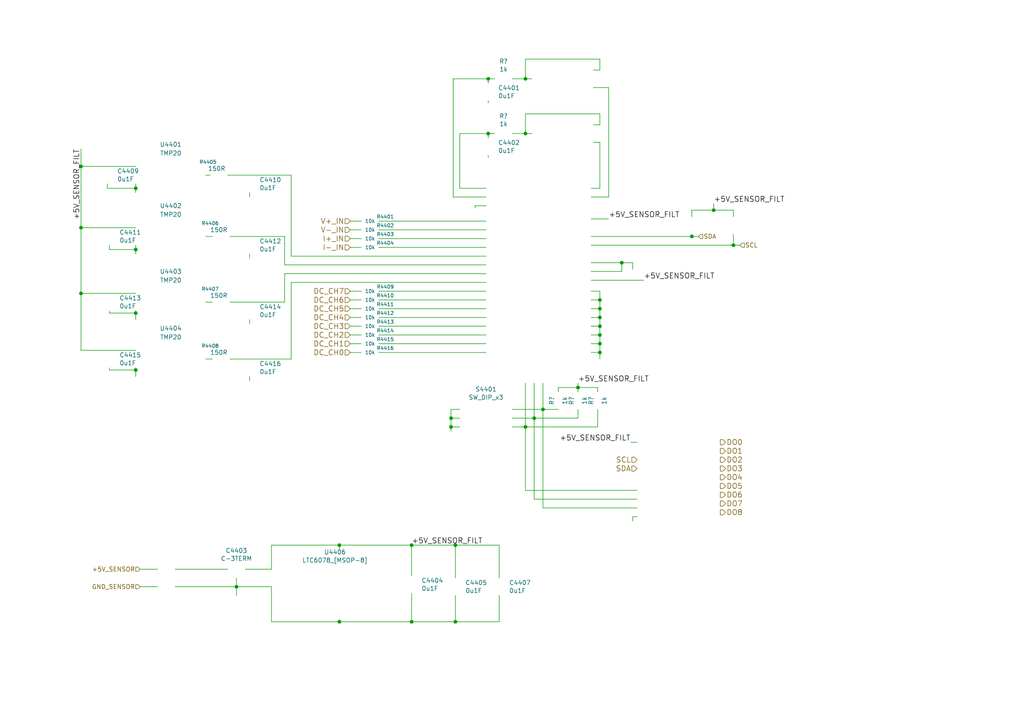
<source format=kicad_sch>
(kicad_sch
	(version 20250114)
	(generator "eeschema")
	(generator_version "9.0")
	(uuid "74df3f90-b19b-4e7d-a64b-996653f20df2")
	(paper "A4")
	(title_block
		(title "LZ 8 Channel Amplifier")
		(date "2017-09-10")
		(rev "5")
		(company "UC Davis / Seth Hillbrand")
	)
	(lib_symbols)
	(junction
		(at 119.38 158.115)
		(diameter 0)
		(color 0 0 0 0)
		(uuid "0483b79c-9eb5-481e-9df9-560982d8ff16")
	)
	(junction
		(at 119.38 180.34)
		(diameter 0)
		(color 0 0 0 0)
		(uuid "07c44448-4ffd-428b-afe9-75c6f119e703")
	)
	(junction
		(at 39.37 54.61)
		(diameter 0)
		(color 0 0 0 0)
		(uuid "08d82bba-f8ee-4974-a566-2c35cc664428")
	)
	(junction
		(at 173.99 86.995)
		(diameter 0)
		(color 0 0 0 0)
		(uuid "1069a2c6-d4b2-404e-a3d6-2f9de1536431")
	)
	(junction
		(at 130.81 123.825)
		(diameter 0)
		(color 0 0 0 0)
		(uuid "135596d0-1a86-49e6-b034-59c1d9e8ac13")
	)
	(junction
		(at 39.37 90.805)
		(diameter 0)
		(color 0 0 0 0)
		(uuid "174bcfa5-5a6d-4d9a-8157-02c433f6d0c3")
	)
	(junction
		(at 173.99 99.695)
		(diameter 0)
		(color 0 0 0 0)
		(uuid "19323a9b-b4be-4b89-9d89-059dd126774a")
	)
	(junction
		(at 180.34 76.2)
		(diameter 0)
		(color 0 0 0 0)
		(uuid "20b39eca-1b6e-486f-88e7-665d124558e8")
	)
	(junction
		(at 154.94 121.285)
		(diameter 0)
		(color 0 0 0 0)
		(uuid "264d5be1-4323-4927-8319-d4f211867310")
	)
	(junction
		(at 152.4 22.86)
		(diameter 0)
		(color 0 0 0 0)
		(uuid "30a69373-d832-4b17-9444-d9dcd5207ea9")
	)
	(junction
		(at 157.48 118.745)
		(diameter 0)
		(color 0 0 0 0)
		(uuid "35ebfbca-dd88-4e46-bf4e-165db8e973c6")
	)
	(junction
		(at 98.425 180.34)
		(diameter 0)
		(color 0 0 0 0)
		(uuid "3bfc7c35-47fa-44a9-a838-e34672c3d9d2")
	)
	(junction
		(at 39.37 107.315)
		(diameter 0)
		(color 0 0 0 0)
		(uuid "4cda63e3-9a1f-44de-8b83-8b53fac5a9dd")
	)
	(junction
		(at 173.99 89.535)
		(diameter 0)
		(color 0 0 0 0)
		(uuid "5cb1e74b-b5d6-4a5c-8446-bb924623eba7")
	)
	(junction
		(at 152.4 38.735)
		(diameter 0)
		(color 0 0 0 0)
		(uuid "5d3e8fc5-7e50-4ee4-9769-fae0ae84c9d1")
	)
	(junction
		(at 167.64 112.395)
		(diameter 0)
		(color 0 0 0 0)
		(uuid "652a9faf-90ee-4aed-9241-c9f6ca64dcc3")
	)
	(junction
		(at 200.66 68.58)
		(diameter 0)
		(color 0 0 0 0)
		(uuid "666ebc04-b92c-43f2-80a9-b25eb35edc76")
	)
	(junction
		(at 23.495 85.09)
		(diameter 0)
		(color 0 0 0 0)
		(uuid "6d2078c1-8784-4db2-b4c6-bb76de12613e")
	)
	(junction
		(at 212.725 71.12)
		(diameter 0)
		(color 0 0 0 0)
		(uuid "7c9b3c70-5b32-4fad-a12a-a5e38ce3dacd")
	)
	(junction
		(at 98.425 158.115)
		(diameter 0)
		(color 0 0 0 0)
		(uuid "7d64e181-040e-48f7-a225-cf851586488b")
	)
	(junction
		(at 141.605 38.735)
		(diameter 0)
		(color 0 0 0 0)
		(uuid "8f71efe5-77c2-4da1-ba6b-7899bf6b8d6c")
	)
	(junction
		(at 23.495 66.04)
		(diameter 0)
		(color 0 0 0 0)
		(uuid "91e9be1c-347c-4fea-ac3f-cc09ef7985b1")
	)
	(junction
		(at 173.99 94.615)
		(diameter 0)
		(color 0 0 0 0)
		(uuid "9217569e-ba09-42e9-850c-dc83cb8caef0")
	)
	(junction
		(at 173.99 92.075)
		(diameter 0)
		(color 0 0 0 0)
		(uuid "9434f80e-7fbc-406e-aaed-551c09ac0602")
	)
	(junction
		(at 141.605 22.86)
		(diameter 0)
		(color 0 0 0 0)
		(uuid "a1c55710-110e-4607-82dc-af6bac6b3f82")
	)
	(junction
		(at 130.81 121.285)
		(diameter 0)
		(color 0 0 0 0)
		(uuid "b1a72f5c-0a4a-4591-a95b-f29307d10e7a")
	)
	(junction
		(at 132.08 158.115)
		(diameter 0)
		(color 0 0 0 0)
		(uuid "bcc3817d-73e0-4554-ae65-d957c90b97bc")
	)
	(junction
		(at 68.58 170.18)
		(diameter 0)
		(color 0 0 0 0)
		(uuid "bde3a470-2bf9-4d4d-be0d-496a0f6552d5")
	)
	(junction
		(at 207.01 60.96)
		(diameter 0)
		(color 0 0 0 0)
		(uuid "c1cc2bd6-02b9-4a60-8c41-3c9b8887d8e3")
	)
	(junction
		(at 173.99 102.235)
		(diameter 0)
		(color 0 0 0 0)
		(uuid "e39b2a1e-94a1-4034-98f4-ecfd87cc3533")
	)
	(junction
		(at 23.495 48.26)
		(diameter 0)
		(color 0 0 0 0)
		(uuid "ed61921b-96aa-424e-89af-710302f70a97")
	)
	(junction
		(at 132.08 180.34)
		(diameter 0)
		(color 0 0 0 0)
		(uuid "f2e8f69a-ec78-448b-8a3a-13662c06634b")
	)
	(junction
		(at 152.4 123.825)
		(diameter 0)
		(color 0 0 0 0)
		(uuid "f479cc37-2bed-412f-9115-946a65ac8823")
	)
	(junction
		(at 39.37 72.39)
		(diameter 0)
		(color 0 0 0 0)
		(uuid "f722235c-1f50-4eb0-8913-adf2e71270a6")
	)
	(junction
		(at 173.99 97.155)
		(diameter 0)
		(color 0 0 0 0)
		(uuid "fdd3f211-3939-4cb7-b33b-aa72231b5803")
	)
	(wire
		(pts
			(xy 182.88 128.27) (xy 184.785 128.27)
		)
		(stroke
			(width 0)
			(type default)
		)
		(uuid "01dbf2c1-32a1-4ba1-888d-5d7304ea44d2")
	)
	(wire
		(pts
			(xy 212.725 60.96) (xy 212.725 62.865)
		)
		(stroke
			(width 0)
			(type default)
		)
		(uuid "03c4cdaa-c0f0-4ea0-b5d2-3385d7947462")
	)
	(wire
		(pts
			(xy 133.35 38.735) (xy 141.605 38.735)
		)
		(stroke
			(width 0)
			(type default)
		)
		(uuid "0416222b-3d48-4a84-b8ad-7998c6f3f7d2")
	)
	(wire
		(pts
			(xy 72.39 110.49) (xy 72.39 109.22)
		)
		(stroke
			(width 0)
			(type default)
		)
		(uuid "0465274e-1f77-4c71-beb9-08eaf6fa29bf")
	)
	(wire
		(pts
			(xy 66.675 68.58) (xy 82.55 68.58)
		)
		(stroke
			(width 0)
			(type default)
		)
		(uuid "04a723c8-b39c-4e3d-a7c9-b3209e367ec4")
	)
	(wire
		(pts
			(xy 23.495 66.04) (xy 39.37 66.04)
		)
		(stroke
			(width 0)
			(type default)
		)
		(uuid "07ee6259-3571-41fa-b1d2-acb36cd14c30")
	)
	(wire
		(pts
			(xy 104.775 97.155) (xy 101.6 97.155)
		)
		(stroke
			(width 0)
			(type default)
		)
		(uuid "0b723088-8a07-4ec5-9ee0-a91e26ec94e8")
	)
	(wire
		(pts
			(xy 82.55 87.63) (xy 82.55 79.375)
		)
		(stroke
			(width 0)
			(type default)
		)
		(uuid "0cec3caa-5f63-4ec6-b264-b00d54762aec")
	)
	(wire
		(pts
			(xy 141.605 24.13) (xy 141.605 22.86)
		)
		(stroke
			(width 0)
			(type default)
		)
		(uuid "0d04ced6-9596-4326-9414-46b4e057fd21")
	)
	(wire
		(pts
			(xy 59.69 50.8) (xy 60.96 50.8)
		)
		(stroke
			(width 0)
			(type default)
		)
		(uuid "0ddae054-9251-4161-aff4-83e33f933875")
	)
	(wire
		(pts
			(xy 23.495 85.09) (xy 23.495 101.6)
		)
		(stroke
			(width 0)
			(type default)
		)
		(uuid "0e6bbe2e-ae2e-49af-967b-85492ea1f65c")
	)
	(wire
		(pts
			(xy 172.085 36.195) (xy 173.99 36.195)
		)
		(stroke
			(width 0)
			(type default)
		)
		(uuid "0ebd88af-547c-4e37-a6c4-7106bb6eec37")
	)
	(wire
		(pts
			(xy 154.94 144.78) (xy 184.785 144.78)
		)
		(stroke
			(width 0)
			(type default)
		)
		(uuid "14b20d2f-73f4-44b5-affa-613e5e58a2ab")
	)
	(wire
		(pts
			(xy 137.795 59.69) (xy 140.97 59.69)
		)
		(stroke
			(width 0)
			(type default)
		)
		(uuid "15a75d02-5b10-45a7-9622-bab3f9819f20")
	)
	(wire
		(pts
			(xy 200.66 68.58) (xy 200.66 67.945)
		)
		(stroke
			(width 0)
			(type default)
		)
		(uuid "16b5229b-2ce9-489b-9273-36fa2266ad61")
	)
	(wire
		(pts
			(xy 45.72 165.1) (xy 40.64 165.1)
		)
		(stroke
			(width 0)
			(type default)
		)
		(uuid "19856656-f119-40a0-94c2-086fdd82d506")
	)
	(wire
		(pts
			(xy 78.74 158.115) (xy 78.74 165.1)
		)
		(stroke
			(width 0)
			(type default)
		)
		(uuid "1ee17ab1-81a4-48cc-ab8c-d054a251538f")
	)
	(wire
		(pts
			(xy 78.74 158.115) (xy 98.425 158.115)
		)
		(stroke
			(width 0)
			(type default)
		)
		(uuid "1fc84a0c-a956-4295-8f24-6695b1a570fb")
	)
	(wire
		(pts
			(xy 148.59 121.285) (xy 154.94 121.285)
		)
		(stroke
			(width 0)
			(type default)
		)
		(uuid "210d09ac-03e6-499f-849c-ad784f56caa7")
	)
	(wire
		(pts
			(xy 171.45 99.695) (xy 173.99 99.695)
		)
		(stroke
			(width 0)
			(type default)
		)
		(uuid "211ac796-3b64-49c3-810c-a7d15daf2ddd")
	)
	(wire
		(pts
			(xy 140.97 57.15) (xy 131.445 57.15)
		)
		(stroke
			(width 0)
			(type default)
		)
		(uuid "231b3991-5318-4f7b-99bf-86a950f1167b")
	)
	(wire
		(pts
			(xy 130.81 121.285) (xy 130.81 123.825)
		)
		(stroke
			(width 0)
			(type default)
		)
		(uuid "240f203b-7fab-4487-9120-4ee07c71e9a8")
	)
	(wire
		(pts
			(xy 109.855 66.675) (xy 140.97 66.675)
		)
		(stroke
			(width 0)
			(type default)
		)
		(uuid "259ecceb-a172-4e89-9415-3b642ca1173b")
	)
	(wire
		(pts
			(xy 39.37 92.71) (xy 39.37 90.805)
		)
		(stroke
			(width 0)
			(type default)
		)
		(uuid "25dd8929-3d1e-4599-92aa-df56e019ea0f")
	)
	(wire
		(pts
			(xy 39.37 73.66) (xy 39.37 72.39)
		)
		(stroke
			(width 0)
			(type default)
		)
		(uuid "27ceee17-ba4b-43f7-bb71-013233f1dd28")
	)
	(wire
		(pts
			(xy 98.425 180.34) (xy 98.425 179.705)
		)
		(stroke
			(width 0)
			(type default)
		)
		(uuid "2a155bf6-ff09-4d5b-be91-e7d4447a007b")
	)
	(wire
		(pts
			(xy 109.855 71.755) (xy 140.97 71.755)
		)
		(stroke
			(width 0)
			(type default)
		)
		(uuid "2b00c201-3dfd-4e7e-bfb7-eaea220ef337")
	)
	(wire
		(pts
			(xy 152.4 123.825) (xy 173.355 123.825)
		)
		(stroke
			(width 0)
			(type default)
		)
		(uuid "2b33bc8a-25cc-4d88-9eaa-569bb191ac00")
	)
	(wire
		(pts
			(xy 23.495 48.26) (xy 39.37 48.26)
		)
		(stroke
			(width 0)
			(type default)
		)
		(uuid "2b367f37-c994-45ee-8701-5c458b5c6802")
	)
	(wire
		(pts
			(xy 154.94 121.285) (xy 167.64 121.285)
		)
		(stroke
			(width 0)
			(type default)
		)
		(uuid "2d1979d2-00ea-4b81-bc29-684a0c75a949")
	)
	(wire
		(pts
			(xy 31.115 54.61) (xy 39.37 54.61)
		)
		(stroke
			(width 0)
			(type default)
		)
		(uuid "305f4783-73c7-4dc2-87d9-0494d8db2552")
	)
	(wire
		(pts
			(xy 104.775 92.075) (xy 101.6 92.075)
		)
		(stroke
			(width 0)
			(type default)
		)
		(uuid "30c0e36e-5da9-45e2-952c-f2b45019d2f1")
	)
	(wire
		(pts
			(xy 173.99 17.145) (xy 152.4 17.145)
		)
		(stroke
			(width 0)
			(type default)
		)
		(uuid "31b2a914-b42b-478b-afb5-59e4d6433855")
	)
	(wire
		(pts
			(xy 101.6 66.675) (xy 104.775 66.675)
		)
		(stroke
			(width 0)
			(type default)
		)
		(uuid "335b8340-6386-440a-a3ca-a148ba6611b0")
	)
	(wire
		(pts
			(xy 59.69 87.63) (xy 61.595 87.63)
		)
		(stroke
			(width 0)
			(type default)
		)
		(uuid "35797a54-8ed4-4396-97bf-5fdf7dcbf603")
	)
	(wire
		(pts
			(xy 66.675 87.63) (xy 82.55 87.63)
		)
		(stroke
			(width 0)
			(type default)
		)
		(uuid "37943409-3dea-4c4d-afbe-f9e68ac7018b")
	)
	(wire
		(pts
			(xy 176.53 25.4) (xy 172.085 25.4)
		)
		(stroke
			(width 0)
			(type default)
		)
		(uuid "397ba16b-af5f-4ec8-a4d6-33f5eb9b2a13")
	)
	(wire
		(pts
			(xy 109.855 84.455) (xy 140.97 84.455)
		)
		(stroke
			(width 0)
			(type default)
		)
		(uuid "3bb651aa-3c29-4e3c-a998-b9e81e33015d")
	)
	(wire
		(pts
			(xy 157.48 118.745) (xy 157.48 147.32)
		)
		(stroke
			(width 0)
			(type default)
		)
		(uuid "3c2b6e12-3a33-412e-a43a-442bd130d640")
	)
	(wire
		(pts
			(xy 72.39 74.93) (xy 72.39 73.66)
		)
		(stroke
			(width 0)
			(type default)
		)
		(uuid "3d5889cb-abdc-4122-adde-e645e12eb277")
	)
	(wire
		(pts
			(xy 207.01 60.96) (xy 207.01 59.055)
		)
		(stroke
			(width 0)
			(type default)
		)
		(uuid "44309e47-4a84-47ac-854f-59603f97ed3e")
	)
	(wire
		(pts
			(xy 31.75 90.805) (xy 39.37 90.805)
		)
		(stroke
			(width 0)
			(type default)
		)
		(uuid "455488a1-b752-445a-bdb0-c8dd285b76ff")
	)
	(wire
		(pts
			(xy 104.775 69.215) (xy 101.6 69.215)
		)
		(stroke
			(width 0)
			(type default)
		)
		(uuid "466a2b4e-0708-48b3-8122-558fc7b3a88e")
	)
	(wire
		(pts
			(xy 45.72 170.18) (xy 40.64 170.18)
		)
		(stroke
			(width 0)
			(type default)
		)
		(uuid "46fafe92-3c00-4327-bf2f-041fe1782633")
	)
	(wire
		(pts
			(xy 39.37 107.315) (xy 39.37 106.68)
		)
		(stroke
			(width 0)
			(type default)
		)
		(uuid "4792eba7-9c3d-4de5-841f-eb43d5a595d0")
	)
	(wire
		(pts
			(xy 171.45 54.61) (xy 173.99 54.61)
		)
		(stroke
			(width 0)
			(type default)
		)
		(uuid "49844fe1-5f58-445b-802b-13741fa0639d")
	)
	(wire
		(pts
			(xy 200.66 62.865) (xy 200.66 60.96)
		)
		(stroke
			(width 0)
			(type default)
		)
		(uuid "49ad2673-3a5b-43ef-b667-ef1c70df1386")
	)
	(wire
		(pts
			(xy 104.775 84.455) (xy 101.6 84.455)
		)
		(stroke
			(width 0)
			(type default)
		)
		(uuid "4c72649f-1ec6-4d86-9b0a-3a1e7e8dff76")
	)
	(wire
		(pts
			(xy 171.45 86.995) (xy 173.99 86.995)
		)
		(stroke
			(width 0)
			(type default)
		)
		(uuid "51935802-4a8c-4dac-894d-f355c36dfa4f")
	)
	(wire
		(pts
			(xy 109.855 86.995) (xy 140.97 86.995)
		)
		(stroke
			(width 0)
			(type default)
		)
		(uuid "52f7f233-c47e-495c-9019-ada6b9a4dbd5")
	)
	(wire
		(pts
			(xy 31.75 107.315) (xy 39.37 107.315)
		)
		(stroke
			(width 0)
			(type default)
		)
		(uuid "54e59f17-7ce2-4dd9-bf93-60650a6a8f50")
	)
	(wire
		(pts
			(xy 68.58 170.18) (xy 68.58 172.72)
		)
		(stroke
			(width 0)
			(type default)
		)
		(uuid "56053ed9-8aeb-444f-baa3-ecbc07c4e7c8")
	)
	(wire
		(pts
			(xy 144.78 158.115) (xy 144.78 167.64)
		)
		(stroke
			(width 0)
			(type default)
		)
		(uuid "56db8fb6-c5a7-4b5a-a19b-60a6ed49266e")
	)
	(wire
		(pts
			(xy 144.78 180.34) (xy 144.78 172.72)
		)
		(stroke
			(width 0)
			(type default)
		)
		(uuid "57adfc87-71ee-4acd-80c3-f68cc27919de")
	)
	(wire
		(pts
			(xy 31.75 71.12) (xy 31.75 72.39)
		)
		(stroke
			(width 0)
			(type default)
		)
		(uuid "59fbae9d-8af0-435c-83ac-27f66f6e9212")
	)
	(wire
		(pts
			(xy 84.455 81.915) (xy 140.97 81.915)
		)
		(stroke
			(width 0)
			(type default)
		)
		(uuid "5a4161aa-1557-44fb-bdc8-a9d50d5897f0")
	)
	(wire
		(pts
			(xy 133.35 54.61) (xy 133.35 38.735)
		)
		(stroke
			(width 0)
			(type default)
		)
		(uuid "5ef3c7de-54bf-449d-a9ae-2723deb963e8")
	)
	(wire
		(pts
			(xy 180.34 76.2) (xy 183.515 76.2)
		)
		(stroke
			(width 0)
			(type default)
		)
		(uuid "5f566c9f-0d5c-4b81-9568-1d194c9c8820")
	)
	(wire
		(pts
			(xy 171.45 78.74) (xy 180.34 78.74)
		)
		(stroke
			(width 0)
			(type default)
		)
		(uuid "60196bc2-bcc9-433a-9b92-b96e2608f77d")
	)
	(wire
		(pts
			(xy 31.115 53.34) (xy 31.115 54.61)
		)
		(stroke
			(width 0)
			(type default)
		)
		(uuid "616e7152-662a-43c3-84d1-829e8e9be35f")
	)
	(wire
		(pts
			(xy 141.605 22.86) (xy 143.51 22.86)
		)
		(stroke
			(width 0)
			(type default)
		)
		(uuid "61ba2b74-4372-422a-ad1f-99b6cb6dbd21")
	)
	(wire
		(pts
			(xy 148.59 118.745) (xy 157.48 118.745)
		)
		(stroke
			(width 0)
			(type default)
		)
		(uuid "61c4e4e2-2c67-4a70-a653-b62c4bc3af1f")
	)
	(wire
		(pts
			(xy 141.605 38.735) (xy 143.51 38.735)
		)
		(stroke
			(width 0)
			(type default)
		)
		(uuid "6343ac38-16b3-41e7-b77c-ace829363a30")
	)
	(wire
		(pts
			(xy 104.775 64.135) (xy 101.6 64.135)
		)
		(stroke
			(width 0)
			(type default)
		)
		(uuid "63592e2f-c402-4669-9bda-c295f0b0bed6")
	)
	(wire
		(pts
			(xy 157.48 111.125) (xy 157.48 118.745)
		)
		(stroke
			(width 0)
			(type default)
		)
		(uuid "652416f3-9f3e-4127-811e-6022d4e11e51")
	)
	(wire
		(pts
			(xy 157.48 118.745) (xy 161.925 118.745)
		)
		(stroke
			(width 0)
			(type default)
		)
		(uuid "65cb806c-9c74-477e-8b94-e31a5fa85a5d")
	)
	(wire
		(pts
			(xy 130.81 123.825) (xy 130.81 125.095)
		)
		(stroke
			(width 0)
			(type default)
		)
		(uuid "6779b841-29c1-41d9-84e9-36324196cb29")
	)
	(wire
		(pts
			(xy 183.515 76.2) (xy 183.515 78.105)
		)
		(stroke
			(width 0)
			(type default)
		)
		(uuid "67cd13d8-ecb7-440a-bc5c-61cc937687e3")
	)
	(wire
		(pts
			(xy 101.6 71.755) (xy 104.775 71.755)
		)
		(stroke
			(width 0)
			(type default)
		)
		(uuid "683926c7-f312-4c6f-8e47-661d970ea5d1")
	)
	(wire
		(pts
			(xy 39.37 72.39) (xy 39.37 71.12)
		)
		(stroke
			(width 0)
			(type default)
		)
		(uuid "694fb6d4-c248-42fe-b627-163d600d84d5")
	)
	(wire
		(pts
			(xy 152.4 38.735) (xy 154.305 38.735)
		)
		(stroke
			(width 0)
			(type default)
		)
		(uuid "6d9b1769-8d63-42bc-a680-6f84c0df78a5")
	)
	(wire
		(pts
			(xy 130.81 121.285) (xy 133.35 121.285)
		)
		(stroke
			(width 0)
			(type default)
		)
		(uuid "6defc3f9-62d6-48b3-a082-0ccd67be360a")
	)
	(wire
		(pts
			(xy 82.55 79.375) (xy 140.97 79.375)
		)
		(stroke
			(width 0)
			(type default)
		)
		(uuid "6e0e8ca3-6b27-4d68-84cc-171429b44e7c")
	)
	(wire
		(pts
			(xy 173.355 112.395) (xy 173.355 113.665)
		)
		(stroke
			(width 0)
			(type default)
		)
		(uuid "6eac3282-bd0d-4d30-98e9-36bee4285129")
	)
	(wire
		(pts
			(xy 109.855 89.535) (xy 140.97 89.535)
		)
		(stroke
			(width 0)
			(type default)
		)
		(uuid "7183de00-4b75-4e61-869f-4b2cd183adff")
	)
	(wire
		(pts
			(xy 148.59 123.825) (xy 152.4 123.825)
		)
		(stroke
			(width 0)
			(type default)
		)
		(uuid "7233cfd0-7161-4801-aeb4-2f9c8f0c5f6a")
	)
	(wire
		(pts
			(xy 119.38 158.115) (xy 132.08 158.115)
		)
		(stroke
			(width 0)
			(type default)
		)
		(uuid "7265794f-d904-4a1d-9653-e8bc6211bf5a")
	)
	(wire
		(pts
			(xy 161.925 113.665) (xy 161.925 112.395)
		)
		(stroke
			(width 0)
			(type default)
		)
		(uuid "752895c5-5961-4ac2-9f03-fbbe75bf0610")
	)
	(wire
		(pts
			(xy 148.59 22.86) (xy 152.4 22.86)
		)
		(stroke
			(width 0)
			(type default)
		)
		(uuid "76c1f44b-7de4-4672-bcb8-8d89da60cbba")
	)
	(wire
		(pts
			(xy 133.35 118.745) (xy 130.81 118.745)
		)
		(stroke
			(width 0)
			(type default)
		)
		(uuid "76ffa5d2-a22f-4ebc-8741-b74a71635c8d")
	)
	(wire
		(pts
			(xy 173.99 102.235) (xy 173.99 104.14)
		)
		(stroke
			(width 0)
			(type default)
		)
		(uuid "77efed7d-4568-4a27-90be-cc9bfb0366f2")
	)
	(wire
		(pts
			(xy 104.775 86.995) (xy 101.6 86.995)
		)
		(stroke
			(width 0)
			(type default)
		)
		(uuid "78805674-feac-4e91-820c-0f9e56595b7b")
	)
	(wire
		(pts
			(xy 171.45 71.12) (xy 212.725 71.12)
		)
		(stroke
			(width 0)
			(type default)
		)
		(uuid "7a86c040-61f0-4f2e-94c0-f20c58e2a7cd")
	)
	(wire
		(pts
			(xy 109.855 92.075) (xy 140.97 92.075)
		)
		(stroke
			(width 0)
			(type default)
		)
		(uuid "7ae1ab68-a41c-458a-9a36-f26a590cc9fc")
	)
	(wire
		(pts
			(xy 171.45 57.15) (xy 176.53 57.15)
		)
		(stroke
			(width 0)
			(type default)
		)
		(uuid "7b913be8-7058-4f7d-9254-f780f61c674c")
	)
	(wire
		(pts
			(xy 173.99 54.61) (xy 173.99 41.275)
		)
		(stroke
			(width 0)
			(type default)
		)
		(uuid "7c188df8-fbca-4667-9ed2-6b790bbaf64e")
	)
	(wire
		(pts
			(xy 154.94 111.125) (xy 154.94 121.285)
		)
		(stroke
			(width 0)
			(type default)
		)
		(uuid "7d71cea9-d63a-4620-9252-adc7e89fbb3b")
	)
	(wire
		(pts
			(xy 172.085 20.32) (xy 173.99 20.32)
		)
		(stroke
			(width 0)
			(type default)
		)
		(uuid "7de98928-e0cb-4593-9330-db65a24bde04")
	)
	(wire
		(pts
			(xy 82.55 68.58) (xy 82.55 76.835)
		)
		(stroke
			(width 0)
			(type default)
		)
		(uuid "80c82563-2e4f-4964-a3f9-f1bcd16e935a")
	)
	(wire
		(pts
			(xy 119.38 180.34) (xy 132.08 180.34)
		)
		(stroke
			(width 0)
			(type default)
		)
		(uuid "81b027ca-6459-4e87-ab91-93a644b9704e")
	)
	(wire
		(pts
			(xy 68.58 170.18) (xy 78.74 170.18)
		)
		(stroke
			(width 0)
			(type default)
		)
		(uuid "83c2c4b0-ba2f-4b48-adae-7501ce6009bc")
	)
	(wire
		(pts
			(xy 130.81 118.745) (xy 130.81 121.285)
		)
		(stroke
			(width 0)
			(type default)
		)
		(uuid "8468ced6-a3a1-4f98-a185-5692e8feab6b")
	)
	(wire
		(pts
			(xy 183.515 149.86) (xy 184.785 149.86)
		)
		(stroke
			(width 0)
			(type default)
		)
		(uuid "846f306f-23c0-469d-a936-9acbe3573371")
	)
	(wire
		(pts
			(xy 154.94 121.285) (xy 154.94 144.78)
		)
		(stroke
			(width 0)
			(type default)
		)
		(uuid "8550baff-5128-41d9-891b-915832df1ac8")
	)
	(wire
		(pts
			(xy 78.74 165.1) (xy 71.12 165.1)
		)
		(stroke
			(width 0)
			(type default)
		)
		(uuid "864129a3-943b-4bca-b4bd-b7e60abc42bb")
	)
	(wire
		(pts
			(xy 152.4 123.825) (xy 152.4 142.24)
		)
		(stroke
			(width 0)
			(type default)
		)
		(uuid "87011fc0-7223-49ec-a859-0604670c6764")
	)
	(wire
		(pts
			(xy 167.64 111.125) (xy 167.64 112.395)
		)
		(stroke
			(width 0)
			(type default)
		)
		(uuid "8c1bad33-99dc-4a6f-a1d4-8348601c3501")
	)
	(wire
		(pts
			(xy 23.495 85.09) (xy 39.37 85.09)
		)
		(stroke
			(width 0)
			(type default)
		)
		(uuid "90d8bf42-2b85-4da1-8419-0aa0c2ced149")
	)
	(wire
		(pts
			(xy 171.45 63.5) (xy 176.53 63.5)
		)
		(stroke
			(width 0)
			(type default)
		)
		(uuid "9148de99-d566-428b-83ea-c76d3411c327")
	)
	(wire
		(pts
			(xy 78.74 180.34) (xy 98.425 180.34)
		)
		(stroke
			(width 0)
			(type default)
		)
		(uuid "928e8e48-2e6d-40fe-943e-7a927919d717")
	)
	(wire
		(pts
			(xy 109.855 97.155) (xy 140.97 97.155)
		)
		(stroke
			(width 0)
			(type default)
		)
		(uuid "92df0841-8bf0-4baf-a6b8-a1eb1e19bfaa")
	)
	(wire
		(pts
			(xy 212.725 71.12) (xy 214.63 71.12)
		)
		(stroke
			(width 0)
			(type default)
		)
		(uuid "95a543db-e37e-45fd-b205-2b6f50f0300e")
	)
	(wire
		(pts
			(xy 31.75 90.17) (xy 31.75 90.805)
		)
		(stroke
			(width 0)
			(type default)
		)
		(uuid "9808a534-b9c2-4b91-8b0f-7c9c7a7ba756")
	)
	(wire
		(pts
			(xy 50.8 170.18) (xy 68.58 170.18)
		)
		(stroke
			(width 0)
			(type default)
		)
		(uuid "9a1113c7-2c6a-42bd-bcbc-0ab11297ccf1")
	)
	(wire
		(pts
			(xy 98.425 158.115) (xy 119.38 158.115)
		)
		(stroke
			(width 0)
			(type default)
		)
		(uuid "9a7eabc4-9409-4cd3-a2c2-e30af7f743a7")
	)
	(wire
		(pts
			(xy 84.455 74.295) (xy 140.97 74.295)
		)
		(stroke
			(width 0)
			(type default)
		)
		(uuid "9ac68703-030f-4eac-a081-e7253981f19b")
	)
	(wire
		(pts
			(xy 171.45 92.075) (xy 173.99 92.075)
		)
		(stroke
			(width 0)
			(type default)
		)
		(uuid "9b019dd5-6913-4c57-8cbe-9e173f410634")
	)
	(wire
		(pts
			(xy 39.37 54.61) (xy 39.37 53.34)
		)
		(stroke
			(width 0)
			(type default)
		)
		(uuid "9d424ef8-6b1f-4d35-ae86-024cfec294e4")
	)
	(wire
		(pts
			(xy 152.4 22.86) (xy 154.305 22.86)
		)
		(stroke
			(width 0)
			(type default)
		)
		(uuid "9e2d8d95-202c-48f4-9e22-a746abe2c876")
	)
	(wire
		(pts
			(xy 72.39 93.98) (xy 72.39 92.71)
		)
		(stroke
			(width 0)
			(type default)
		)
		(uuid "9eb31446-43ef-4b44-9ebc-d33e214fe6e4")
	)
	(wire
		(pts
			(xy 173.99 20.32) (xy 173.99 17.145)
		)
		(stroke
			(width 0)
			(type default)
		)
		(uuid "a27820d6-92ab-40d0-a360-d07fc6131827")
	)
	(wire
		(pts
			(xy 31.75 72.39) (xy 39.37 72.39)
		)
		(stroke
			(width 0)
			(type default)
		)
		(uuid "a46b0876-805a-40bf-87a0-56f59c8ace44")
	)
	(wire
		(pts
			(xy 23.495 66.04) (xy 23.495 85.09)
		)
		(stroke
			(width 0)
			(type default)
		)
		(uuid "a5ee7001-0f2c-4336-9e1b-3cac5d1c4026")
	)
	(wire
		(pts
			(xy 132.08 158.115) (xy 132.08 167.64)
		)
		(stroke
			(width 0)
			(type default)
		)
		(uuid "a66ac1c5-5682-4aea-b979-229b1e09bfd4")
	)
	(wire
		(pts
			(xy 141.605 40.005) (xy 141.605 38.735)
		)
		(stroke
			(width 0)
			(type default)
		)
		(uuid "a7b655e3-a70f-4f07-b024-ac8f8a6947c7")
	)
	(wire
		(pts
			(xy 200.66 68.58) (xy 202.565 68.58)
		)
		(stroke
			(width 0)
			(type default)
		)
		(uuid "a80e4785-0031-417b-b46b-5d9130d950bd")
	)
	(wire
		(pts
			(xy 84.455 104.14) (xy 84.455 81.915)
		)
		(stroke
			(width 0)
			(type default)
		)
		(uuid "a8259945-46d4-477c-acf2-13ffae7725ae")
	)
	(wire
		(pts
			(xy 109.855 94.615) (xy 140.97 94.615)
		)
		(stroke
			(width 0)
			(type default)
		)
		(uuid "a85cb3e6-ff8f-41e0-9ff4-ed86c659a72b")
	)
	(wire
		(pts
			(xy 109.855 102.235) (xy 140.97 102.235)
		)
		(stroke
			(width 0)
			(type default)
		)
		(uuid "aa20ce4c-7661-455f-ac0f-d4823146a14d")
	)
	(wire
		(pts
			(xy 23.495 101.6) (xy 39.37 101.6)
		)
		(stroke
			(width 0)
			(type default)
		)
		(uuid "aa46285e-11b4-45ea-acff-f3b52d54bdff")
	)
	(wire
		(pts
			(xy 119.38 158.115) (xy 119.38 167.005)
		)
		(stroke
			(width 0)
			(type default)
		)
		(uuid "b06c14aa-6e6e-4eb9-b93f-3271974fcd95")
	)
	(wire
		(pts
			(xy 152.4 33.02) (xy 152.4 38.735)
		)
		(stroke
			(width 0)
			(type default)
		)
		(uuid "b082343e-b100-4f01-9472-e4785307b09a")
	)
	(wire
		(pts
			(xy 141.605 45.72) (xy 141.605 45.085)
		)
		(stroke
			(width 0)
			(type default)
		)
		(uuid "b1d1b8b3-be40-42ff-b6f3-0c96bb68c392")
	)
	(wire
		(pts
			(xy 161.925 112.395) (xy 167.64 112.395)
		)
		(stroke
			(width 0)
			(type default)
		)
		(uuid "b2696229-4531-4c9a-a924-a92471ed698c")
	)
	(wire
		(pts
			(xy 78.74 170.18) (xy 78.74 180.34)
		)
		(stroke
			(width 0)
			(type default)
		)
		(uuid "b351522e-701f-4b06-9fff-968db729b1a3")
	)
	(wire
		(pts
			(xy 157.48 147.32) (xy 184.785 147.32)
		)
		(stroke
			(width 0)
			(type default)
		)
		(uuid "b3e8827f-d8c1-4e59-a810-86cb1c3d8a44")
	)
	(wire
		(pts
			(xy 167.64 112.395) (xy 167.64 113.665)
		)
		(stroke
			(width 0)
			(type default)
		)
		(uuid "b520466f-69b7-4ab9-97ab-d287827c0f81")
	)
	(wire
		(pts
			(xy 131.445 57.15) (xy 131.445 22.86)
		)
		(stroke
			(width 0)
			(type default)
		)
		(uuid "b645c772-68af-4583-a01c-4f002a27fd83")
	)
	(wire
		(pts
			(xy 132.08 158.115) (xy 144.78 158.115)
		)
		(stroke
			(width 0)
			(type default)
		)
		(uuid "b83773ea-8f8a-4aef-be29-e829308c3ad1")
	)
	(wire
		(pts
			(xy 173.99 92.075) (xy 173.99 94.615)
		)
		(stroke
			(width 0)
			(type default)
		)
		(uuid "baea4d05-47ff-41f0-9f7a-17a0b66fd752")
	)
	(wire
		(pts
			(xy 72.39 57.15) (xy 72.39 55.88)
		)
		(stroke
			(width 0)
			(type default)
		)
		(uuid "bbb09195-2fb6-47ba-87da-3d464a9cccf6")
	)
	(wire
		(pts
			(xy 173.99 41.275) (xy 172.085 41.275)
		)
		(stroke
			(width 0)
			(type default)
		)
		(uuid "bcc53808-cee1-408d-90fc-7106a8ca16e5")
	)
	(wire
		(pts
			(xy 173.99 97.155) (xy 173.99 99.695)
		)
		(stroke
			(width 0)
			(type default)
		)
		(uuid "bde38ed2-f05a-4817-84a1-e2f682989a79")
	)
	(wire
		(pts
			(xy 66.675 104.14) (xy 84.455 104.14)
		)
		(stroke
			(width 0)
			(type default)
		)
		(uuid "c15027d1-7e77-46cd-a825-d2217ac8d336")
	)
	(wire
		(pts
			(xy 137.795 60.325) (xy 137.795 59.69)
		)
		(stroke
			(width 0)
			(type default)
		)
		(uuid "c42d828a-eb35-4fbe-b68a-6b1908a4f535")
	)
	(wire
		(pts
			(xy 23.495 43.18) (xy 23.495 48.26)
		)
		(stroke
			(width 0)
			(type default)
		)
		(uuid "c5556545-ded5-4607-848e-bc2683aa8d66")
	)
	(wire
		(pts
			(xy 144.78 180.34) (xy 132.08 180.34)
		)
		(stroke
			(width 0)
			(type default)
		)
		(uuid "c5e83b86-bd40-4dc9-9ea7-08736bcbb276")
	)
	(wire
		(pts
			(xy 171.45 102.235) (xy 173.99 102.235)
		)
		(stroke
			(width 0)
			(type default)
		)
		(uuid "c80357b6-6537-4526-bf88-32714ad3e77e")
	)
	(wire
		(pts
			(xy 171.45 81.28) (xy 186.69 81.28)
		)
		(stroke
			(width 0)
			(type default)
		)
		(uuid "c91a42eb-9675-481a-a559-d16ebe202c4f")
	)
	(wire
		(pts
			(xy 152.4 142.24) (xy 184.785 142.24)
		)
		(stroke
			(width 0)
			(type default)
		)
		(uuid "cbc8abe9-67f2-4808-b2f8-292e68404026")
	)
	(wire
		(pts
			(xy 176.53 57.15) (xy 176.53 25.4)
		)
		(stroke
			(width 0)
			(type default)
		)
		(uuid "cbef2b20-f6ce-4a02-8f33-62cfb145d5c7")
	)
	(wire
		(pts
			(xy 84.455 50.8) (xy 84.455 74.295)
		)
		(stroke
			(width 0)
			(type default)
		)
		(uuid "cdbbcef1-d848-41d7-aaa7-7afabaaef4a2")
	)
	(wire
		(pts
			(xy 132.08 172.72) (xy 132.08 180.34)
		)
		(stroke
			(width 0)
			(type default)
		)
		(uuid "ce0849c2-cd80-4f67-a2b4-52030f87a3f9")
	)
	(wire
		(pts
			(xy 109.855 64.135) (xy 140.97 64.135)
		)
		(stroke
			(width 0)
			(type default)
		)
		(uuid "cfb5f252-9a78-42c9-bdeb-df5491a47b1d")
	)
	(wire
		(pts
			(xy 173.355 123.825) (xy 173.355 118.745)
		)
		(stroke
			(width 0)
			(type default)
		)
		(uuid "cfd2037e-54ac-47ec-9f88-b8411d0e6d83")
	)
	(wire
		(pts
			(xy 104.775 99.695) (xy 101.6 99.695)
		)
		(stroke
			(width 0)
			(type default)
		)
		(uuid "d0970bab-122a-4a58-a21c-407a69d68bb5")
	)
	(wire
		(pts
			(xy 148.59 38.735) (xy 152.4 38.735)
		)
		(stroke
			(width 0)
			(type default)
		)
		(uuid "d184b9f2-3aae-49f0-89f4-ee91d13f2e90")
	)
	(wire
		(pts
			(xy 173.99 89.535) (xy 171.45 89.535)
		)
		(stroke
			(width 0)
			(type default)
		)
		(uuid "d1a3d18d-7139-4350-aaf5-8d0d88ae681c")
	)
	(wire
		(pts
			(xy 59.69 104.14) (xy 61.595 104.14)
		)
		(stroke
			(width 0)
			(type default)
		)
		(uuid "d212173d-4cb2-4ff2-9af8-64c78a9e31fb")
	)
	(wire
		(pts
			(xy 23.495 48.26) (xy 23.495 66.04)
		)
		(stroke
			(width 0)
			(type default)
		)
		(uuid "d3e8bf01-9d3c-40aa-9eaa-1093073b9407")
	)
	(wire
		(pts
			(xy 39.37 55.88) (xy 39.37 54.61)
		)
		(stroke
			(width 0)
			(type default)
		)
		(uuid "d6460056-bf17-47da-a534-33d5799c9e0b")
	)
	(wire
		(pts
			(xy 104.775 94.615) (xy 101.6 94.615)
		)
		(stroke
			(width 0)
			(type default)
		)
		(uuid "d69bf731-4dd4-48a6-a44a-a8899152e2cc")
	)
	(wire
		(pts
			(xy 104.775 102.235) (xy 101.6 102.235)
		)
		(stroke
			(width 0)
			(type default)
		)
		(uuid "d76b832d-fedc-47a4-a69b-5f7b132d4c60")
	)
	(wire
		(pts
			(xy 173.99 84.455) (xy 171.45 84.455)
		)
		(stroke
			(width 0)
			(type default)
		)
		(uuid "d88562d9-46c5-4f78-b693-ae20aa483c15")
	)
	(wire
		(pts
			(xy 39.37 90.805) (xy 39.37 90.17)
		)
		(stroke
			(width 0)
			(type default)
		)
		(uuid "d96e5200-66c6-4104-abb8-0438ee57f550")
	)
	(wire
		(pts
			(xy 82.55 76.835) (xy 140.97 76.835)
		)
		(stroke
			(width 0)
			(type default)
		)
		(uuid "dae37489-79b0-48e1-ab46-cb970455cad3")
	)
	(wire
		(pts
			(xy 109.855 99.695) (xy 140.97 99.695)
		)
		(stroke
			(width 0)
			(type default)
		)
		(uuid "db3f7f6e-12f1-46cd-aefd-054a11b4fb04")
	)
	(wire
		(pts
			(xy 167.64 121.285) (xy 167.64 118.745)
		)
		(stroke
			(width 0)
			(type default)
		)
		(uuid "dbc2de47-5ff8-4e7c-a7ea-cb9d15811971")
	)
	(wire
		(pts
			(xy 180.34 78.74) (xy 180.34 76.2)
		)
		(stroke
			(width 0)
			(type default)
		)
		(uuid "dcdc1c28-2d4d-4100-bd4d-aca6f19263e9")
	)
	(wire
		(pts
			(xy 173.99 89.535) (xy 173.99 92.075)
		)
		(stroke
			(width 0)
			(type default)
		)
		(uuid "dd1a28ae-44e6-455b-9bec-584484e6c740")
	)
	(wire
		(pts
			(xy 171.45 76.2) (xy 180.34 76.2)
		)
		(stroke
			(width 0)
			(type default)
		)
		(uuid "dd550ca9-270b-46dc-850d-c2268a549acd")
	)
	(wire
		(pts
			(xy 167.64 112.395) (xy 173.355 112.395)
		)
		(stroke
			(width 0)
			(type default)
		)
		(uuid "dda7a872-ad31-483e-91db-62c9d0daba1b")
	)
	(wire
		(pts
			(xy 141.605 29.845) (xy 141.605 29.21)
		)
		(stroke
			(width 0)
			(type default)
		)
		(uuid "ddd0e82e-478c-4c0e-80c3-06ee74b77135")
	)
	(wire
		(pts
			(xy 98.425 180.34) (xy 119.38 180.34)
		)
		(stroke
			(width 0)
			(type default)
		)
		(uuid "df1d1a5e-2c11-4404-b971-cc7393a820b2")
	)
	(wire
		(pts
			(xy 152.4 17.145) (xy 152.4 22.86)
		)
		(stroke
			(width 0)
			(type default)
		)
		(uuid "e0a51c71-57ca-463e-8b14-f5cd534f0cf7")
	)
	(wire
		(pts
			(xy 130.81 123.825) (xy 133.35 123.825)
		)
		(stroke
			(width 0)
			(type default)
		)
		(uuid "e0f3c1c7-b9f0-43af-9f92-86312841992c")
	)
	(wire
		(pts
			(xy 173.99 99.695) (xy 173.99 102.235)
		)
		(stroke
			(width 0)
			(type default)
		)
		(uuid "e1eac691-798b-4797-96c3-c929ad0d780a")
	)
	(wire
		(pts
			(xy 66.04 165.1) (xy 50.8 165.1)
		)
		(stroke
			(width 0)
			(type default)
		)
		(uuid "e259a6bc-c5ce-4b73-89ba-3d79c41b96ec")
	)
	(wire
		(pts
			(xy 59.69 68.58) (xy 61.595 68.58)
		)
		(stroke
			(width 0)
			(type default)
		)
		(uuid "e51beb7b-abd1-47f3-8491-d0e0fbd6dbfb")
	)
	(wire
		(pts
			(xy 171.45 68.58) (xy 200.66 68.58)
		)
		(stroke
			(width 0)
			(type default)
		)
		(uuid "e564a6b6-a5ea-4f38-88c3-2684d7f9008f")
	)
	(wire
		(pts
			(xy 104.775 89.535) (xy 101.6 89.535)
		)
		(stroke
			(width 0)
			(type default)
		)
		(uuid "e6550b3f-5763-497c-9a8b-8d18c0a02abe")
	)
	(wire
		(pts
			(xy 140.97 54.61) (xy 133.35 54.61)
		)
		(stroke
			(width 0)
			(type default)
		)
		(uuid "e67f3adf-2dde-4d1e-90ec-bbaad0d7832a")
	)
	(wire
		(pts
			(xy 31.75 106.68) (xy 31.75 107.315)
		)
		(stroke
			(width 0)
			(type default)
		)
		(uuid "e7dd6618-d37c-403d-9f86-3d0dd718eda0")
	)
	(wire
		(pts
			(xy 171.45 97.155) (xy 173.99 97.155)
		)
		(stroke
			(width 0)
			(type default)
		)
		(uuid "e958b3c9-711f-4429-bb4b-87afcc58b272")
	)
	(wire
		(pts
			(xy 173.99 33.02) (xy 152.4 33.02)
		)
		(stroke
			(width 0)
			(type default)
		)
		(uuid "ea02a19c-4c9d-4b3c-b3c6-b47e88aeea8a")
	)
	(wire
		(pts
			(xy 173.99 84.455) (xy 173.99 86.995)
		)
		(stroke
			(width 0)
			(type default)
		)
		(uuid "ea133228-4e9b-4e2f-8bc3-e8d222d10e35")
	)
	(wire
		(pts
			(xy 68.58 167.64) (xy 68.58 170.18)
		)
		(stroke
			(width 0)
			(type default)
		)
		(uuid "ea61e162-5983-4464-a84b-c3ace079d54e")
	)
	(wire
		(pts
			(xy 207.01 60.96) (xy 212.725 60.96)
		)
		(stroke
			(width 0)
			(type default)
		)
		(uuid "ef3e4a3d-3ea5-480f-9d3a-fcc1b0ddb846")
	)
	(wire
		(pts
			(xy 183.515 151.13) (xy 183.515 149.86)
		)
		(stroke
			(width 0)
			(type default)
		)
		(uuid "ef74ed94-21c7-4154-94d7-10f4eac78d84")
	)
	(wire
		(pts
			(xy 39.37 109.22) (xy 39.37 107.315)
		)
		(stroke
			(width 0)
			(type default)
		)
		(uuid "f1005491-0365-4880-9236-a4a7a0773312")
	)
	(wire
		(pts
			(xy 173.99 86.995) (xy 173.99 89.535)
		)
		(stroke
			(width 0)
			(type default)
		)
		(uuid "f1366078-5b68-434d-a0fa-d326984a7224")
	)
	(wire
		(pts
			(xy 109.855 69.215) (xy 140.97 69.215)
		)
		(stroke
			(width 0)
			(type default)
		)
		(uuid "f1989090-8527-4c06-9c9e-cca858a3d82e")
	)
	(wire
		(pts
			(xy 173.99 36.195) (xy 173.99 33.02)
		)
		(stroke
			(width 0)
			(type default)
		)
		(uuid "f3483031-4503-4e94-8ca0-188e3dcfbcbb")
	)
	(wire
		(pts
			(xy 131.445 22.86) (xy 141.605 22.86)
		)
		(stroke
			(width 0)
			(type default)
		)
		(uuid "f386051b-8c52-4b9a-9fea-e9eea99a63b7")
	)
	(wire
		(pts
			(xy 171.45 94.615) (xy 173.99 94.615)
		)
		(stroke
			(width 0)
			(type default)
		)
		(uuid "f432534a-736b-4f1f-93eb-f41dd1de03ec")
	)
	(wire
		(pts
			(xy 66.04 50.8) (xy 84.455 50.8)
		)
		(stroke
			(width 0)
			(type default)
		)
		(uuid "f48dac30-2eac-4719-9992-2cd56398cb64")
	)
	(wire
		(pts
			(xy 200.66 60.96) (xy 207.01 60.96)
		)
		(stroke
			(width 0)
			(type default)
		)
		(uuid "f4f7141f-ca49-4174-8d54-9a3159ddc85b")
	)
	(wire
		(pts
			(xy 173.99 94.615) (xy 173.99 97.155)
		)
		(stroke
			(width 0)
			(type default)
		)
		(uuid "f51ac988-c265-4bad-96e4-51163bd8895a")
	)
	(wire
		(pts
			(xy 98.425 159.385) (xy 98.425 158.115)
		)
		(stroke
			(width 0)
			(type default)
		)
		(uuid "fab8ff52-4b2c-49ec-a2b7-c7d173b45c5f")
	)
	(wire
		(pts
			(xy 212.725 67.945) (xy 212.725 71.12)
		)
		(stroke
			(width 0)
			(type default)
		)
		(uuid "fca32e04-f5dc-4aa9-a8ee-8f911db51f41")
	)
	(wire
		(pts
			(xy 119.38 180.34) (xy 119.38 172.085)
		)
		(stroke
			(width 0)
			(type default)
		)
		(uuid "fe8a8fb1-d315-4a03-89f2-0cea6b7f000d")
	)
	(wire
		(pts
			(xy 152.4 111.125) (xy 152.4 123.825)
		)
		(stroke
			(width 0)
			(type default)
		)
		(uuid "fec0bf00-63f1-4b77-901b-bf01d7c2590c")
	)
	(label "+5V_SENSOR_FILT"
		(at 167.64 111.125 0)
		(effects
			(font
				(size 1.524 1.524)
			)
			(justify left bottom)
		)
		(uuid "12ded26d-cabb-4cc0-a9f3-f1bf005527b7")
	)
	(label "+5V_SENSOR_FILT"
		(at 186.69 81.28 0)
		(effects
			(font
				(size 1.524 1.524)
			)
			(justify left bottom)
		)
		(uuid "3620828b-f110-4ec8-9fb6-652441e16ebc")
	)
	(label "+5V_SENSOR_FILT"
		(at 119.38 158.115 0)
		(effects
			(font
				(size 1.524 1.524)
			)
			(justify left bottom)
		)
		(uuid "3aea96b2-216e-423f-af04-1691a181250c")
	)
	(label "+5V_SENSOR_FILT"
		(at 23.495 43.18 270)
		(effects
			(font
				(size 1.524 1.524)
			)
			(justify right bottom)
		)
		(uuid "56987e43-3bf1-4ac1-bc50-65a8eabb19e5")
	)
	(label "+5V_SENSOR_FILT"
		(at 176.53 63.5 0)
		(effects
			(font
				(size 1.524 1.524)
			)
			(justify left bottom)
		)
		(uuid "63e21bb1-c6c0-417f-bb68-675f61691af2")
	)
	(label "+5V_SENSOR_FILT"
		(at 207.01 59.055 0)
		(effects
			(font
				(size 1.524 1.524)
			)
			(justify left bottom)
		)
		(uuid "7e80147d-3723-42c3-b129-11555e4c56b9")
	)
	(label "+5V_SENSOR_FILT"
		(at 182.88 128.27 180)
		(effects
			(font
				(size 1.524 1.524)
			)
			(justify right bottom)
		)
		(uuid "cb19955e-8365-49ef-8157-82c5b526d0a6")
	)
	(hierarchical_label "GND_SENSOR"
		(shape input)
		(at 40.64 170.18 180)
		(effects
			(font
				(size 1.27 1.27)
			)
			(justify right)
		)
		(uuid "01413d7c-3262-4f6b-8f1a-a2da2645ff72")
	)
	(hierarchical_label "+5V_SENSOR"
		(shape input)
		(at 40.64 165.1 180)
		(effects
			(font
				(size 1.27 1.27)
			)
			(justify right)
		)
		(uuid "0a5f5149-c9fd-48b8-94e1-f0d9cd75633c")
	)
	(hierarchical_label "DC_CH3"
		(shape input)
		(at 101.6 94.615 180)
		(effects
			(font
				(size 1.524 1.524)
			)
			(justify right)
		)
		(uuid "0cd15362-6e3c-42a3-9ff4-37a568b92d40")
	)
	(hierarchical_label "I-_IN"
		(shape input)
		(at 101.6 71.755 180)
		(effects
			(font
				(size 1.524 1.524)
			)
			(justify right)
		)
		(uuid "1405ddbb-f1b5-41a1-b2e6-ecb17034b71f")
	)
	(hierarchical_label "DC_CH1"
		(shape input)
		(at 101.6 99.695 180)
		(effects
			(font
				(size 1.524 1.524)
			)
			(justify right)
		)
		(uuid "16e796d5-5a96-4888-998d-2142964129d8")
	)
	(hierarchical_label "DC_CH5"
		(shape input)
		(at 101.6 89.535 180)
		(effects
			(font
				(size 1.524 1.524)
			)
			(justify right)
		)
		(uuid "203837e9-097d-4230-ac3c-b6be5c59d6e4")
	)
	(hierarchical_label "DO6"
		(shape output)
		(at 208.915 143.51 0)
		(effects
			(font
				(size 1.524 1.524)
			)
			(justify left)
		)
		(uuid "2d6625e8-b006-45ee-82fe-cc02db41c6d2")
	)
	(hierarchical_label "DC_CH6"
		(shape input)
		(at 101.6 86.995 180)
		(effects
			(font
				(size 1.524 1.524)
			)
			(justify right)
		)
		(uuid "436bf204-a4db-40e8-9042-f847bc2aa01e")
	)
	(hierarchical_label "DO1"
		(shape output)
		(at 208.915 130.81 0)
		(effects
			(font
				(size 1.524 1.524)
			)
			(justify left)
		)
		(uuid "52b99374-7c6e-4cdf-bb8f-889082665806")
	)
	(hierarchical_label "DO0"
		(shape output)
		(at 208.915 128.27 0)
		(effects
			(font
				(size 1.524 1.524)
			)
			(justify left)
		)
		(uuid "56224b9e-fdf8-4be5-a928-9d2fe22b8902")
	)
	(hierarchical_label "SDA"
		(shape input)
		(at 184.785 135.89 180)
		(effects
			(font
				(size 1.524 1.524)
			)
			(justify right)
		)
		(uuid "67992bb7-3e77-42a3-86d7-873d228b2a2e")
	)
	(hierarchical_label "SDA"
		(shape input)
		(at 202.565 68.58 0)
		(effects
			(font
				(size 1.27 1.27)
			)
			(justify left)
		)
		(uuid "7767c474-33c1-4972-8b04-ea35b3bd3366")
	)
	(hierarchical_label "DO7"
		(shape output)
		(at 208.915 146.05 0)
		(effects
			(font
				(size 1.524 1.524)
			)
			(justify left)
		)
		(uuid "7b07b1fd-ddd6-4311-9589-d43e77f01c4e")
	)
	(hierarchical_label "V+_IN"
		(shape input)
		(at 101.6 64.135 180)
		(effects
			(font
				(size 1.524 1.524)
			)
			(justify right)
		)
		(uuid "7f8eec48-b6b3-41fb-9dea-c9a3a01f3c00")
	)
	(hierarchical_label "DO4"
		(shape output)
		(at 208.915 138.43 0)
		(effects
			(font
				(size 1.524 1.524)
			)
			(justify left)
		)
		(uuid "81b025f7-abd8-4212-a9f5-72e6ee5519eb")
	)
	(hierarchical_label "DO5"
		(shape output)
		(at 208.915 140.97 0)
		(effects
			(font
				(size 1.524 1.524)
			)
			(justify left)
		)
		(uuid "891969af-5c7b-436f-a187-79d01d405a6d")
	)
	(hierarchical_label "DC_CH0"
		(shape input)
		(at 101.6 102.235 180)
		(effects
			(font
				(size 1.524 1.524)
			)
			(justify right)
		)
		(uuid "8e21649d-b3b7-446d-93aa-5d8a6746b315")
	)
	(hierarchical_label "SCL"
		(shape input)
		(at 214.63 71.12 0)
		(effects
			(font
				(size 1.27 1.27)
			)
			(justify left)
		)
		(uuid "9092b213-7e20-4e93-bda2-984acf8fa611")
	)
	(hierarchical_label "DC_CH4"
		(shape input)
		(at 101.6 92.075 180)
		(effects
			(font
				(size 1.524 1.524)
			)
			(justify right)
		)
		(uuid "a38080b6-0f96-4380-a98d-9519f16f8c59")
	)
	(hierarchical_label "DO3"
		(shape output)
		(at 208.915 135.89 0)
		(effects
			(font
				(size 1.524 1.524)
			)
			(justify left)
		)
		(uuid "a9c7cc48-db1b-41be-a2a3-478ee53dcb20")
	)
	(hierarchical_label "DO2"
		(shape output)
		(at 208.915 133.35 0)
		(effects
			(font
				(size 1.524 1.524)
			)
			(justify left)
		)
		(uuid "b34d0ded-cf3b-440b-8f50-9ac08b1d8c89")
	)
	(hierarchical_label "V-_IN"
		(shape input)
		(at 101.6 66.675 180)
		(effects
			(font
				(size 1.524 1.524)
			)
			(justify right)
		)
		(uuid "cbcc5b02-7bf2-4f3b-acf3-4e7d06554076")
	)
	(hierarchical_label "I+_IN"
		(shape input)
		(at 101.6 69.215 180)
		(effects
			(font
				(size 1.524 1.524)
			)
			(justify right)
		)
		(uuid "cf0e15a6-cf6a-4135-bb53-c48fbf179fc3")
	)
	(hierarchical_label "DC_CH7"
		(shape input)
		(at 101.6 84.455 180)
		(effects
			(font
				(size 1.524 1.524)
			)
			(justify right)
		)
		(uuid "d47315df-dc6f-460d-afd2-58e8f2932ca1")
	)
	(hierarchical_label "DC_CH2"
		(shape input)
		(at 101.6 97.155 180)
		(effects
			(font
				(size 1.524 1.524)
			)
			(justify right)
		)
		(uuid "e045048c-37ca-4702-ae69-68e5bbd7fbe0")
	)
	(hierarchical_label "DO8"
		(shape output)
		(at 208.915 148.59 0)
		(effects
			(font
				(size 1.524 1.524)
			)
			(justify left)
		)
		(uuid "ec84c3ef-c2c7-4ea8-a90c-05ea9600a519")
	)
	(hierarchical_label "SCL"
		(shape input)
		(at 184.785 133.35 180)
		(effects
			(font
				(size 1.524 1.524)
			)
			(justify right)
		)
		(uuid "f0868712-0272-43bd-b2a6-a4462749b233")
	)
	(symbol
		(lib_id "LinearTech:LTC2495")
		(at 156.21 80.01 0)
		(unit 1)
		(exclude_from_sim no)
		(in_bom yes)
		(on_board yes)
		(dnp no)
		(uuid "00000000-0000-0000-0000-000057bc8b30")
		(property "Reference" "U4405"
			(at 156.21 47.117 0)
			(effects
				(font
					(size 1.27 1.27)
				)
			)
		)
		(property "Value" "LTC2495"
			(at 156.21 49.4792 0)
			(effects
				(font
					(size 1.27 1.27)
				)
			)
		)
		(property "Footprint" "Housings_DFN_QFN:QFN-38-1EP_5x7mm_Pitch0.5mm"
			(at 156.21 51.435 0)
			(effects
				(font
					(size 1.27 1.27)
				)
				(hide yes)
			)
		)
		(property "Datasheet" "http://cds.linear.com/docs/en/datasheet/2495fe.pdf"
			(at 156.21 51.435 0)
			(effects
				(font
					(size 1.524 1.524)
				)
				(hide yes)
			)
		)
		(property "Description" ""
			(at 156.21 80.01 0)
			(effects
				(font
					(size 1.27 1.27)
				)
			)
		)
		(property "mpn" "LTC2495IUHF"
			(at 168.91 50.8 0)
			(effects
				(font
					(size 1.524 1.524)
				)
				(hide yes)
			)
		)
		(property "newark#" "56M5760"
			(at 161.29 42.545 0)
			(effects
				(font
					(size 1.524 1.524)
				)
				(hide yes)
			)
		)
		(property "digikey#" "LTC2495IUHF#PBF-ND"
			(at 163.83 40.005 0)
			(effects
				(font
					(size 1.524 1.524)
				)
				(hide yes)
			)
		)
		(instances
			(project "8CH_Amplifier"
				(path "/f89efb00-3378-4f88-9ec9-2a1aa21f73ef/00000000-0000-0000-0000-000057f50161/00000000-0000-0000-0000-000057f4d47b"
					(reference "U4405")
					(unit 1)
				)
			)
		)
	)
	(symbol
		(lib_id "power1:(GND)")
		(at 173.99 104.14 0)
		(unit 1)
		(exclude_from_sim no)
		(in_bom yes)
		(on_board yes)
		(dnp no)
		(uuid "00000000-0000-0000-0000-000057bd2002")
		(property "Reference" "#PWR0339"
			(at 173.99 104.14 0)
			(effects
				(font
					(size 0.762 0.762)
				)
				(hide yes)
			)
		)
		(property "Value" "(GND)"
			(at 173.99 104.14 0)
			(effects
				(font
					(size 0.762 0.762)
				)
				(hide yes)
			)
		)
		(property "Footprint" ""
			(at 173.99 104.14 0)
			(effects
				(font
					(size 1.524 1.524)
				)
			)
		)
		(property "Datasheet" ""
			(at 173.99 104.14 0)
			(effects
				(font
					(size 1.524 1.524)
				)
			)
		)
		(property "Description" ""
			(at 173.99 104.14 0)
			(effects
				(font
					(size 1.27 1.27)
				)
			)
		)
		(instances
			(project ""
				(path "/f89efb00-3378-4f88-9ec9-2a1aa21f73ef/00000000-0000-0000-0000-000057f50161/00000000-0000-0000-0000-000057f4d47b"
					(reference "#PWR0339")
					(unit 1)
				)
			)
		)
	)
	(symbol
		(lib_id "LinearTech:LTC6078_[MSOP-8]")
		(at 164.465 38.735 0)
		(mirror y)
		(unit 2)
		(exclude_from_sim no)
		(in_bom yes)
		(on_board yes)
		(dnp no)
		(uuid "00000000-0000-0000-0000-000057bd2d06")
		(property "Reference" "U4406"
			(at 163.195 29.337 0)
			(effects
				(font
					(size 1.27 1.27)
				)
			)
		)
		(property "Value" "LTC6078_[MSOP-8]"
			(at 163.195 31.6992 0)
			(effects
				(font
					(size 1.27 1.27)
				)
			)
		)
		(property "Footprint" "Housings_SSOP:MSOP-8_3x3mm_Pitch0.65mm"
			(at 164.465 45.085 0)
			(effects
				(font
					(size 1.27 1.27)
				)
				(hide yes)
			)
		)
		(property "Datasheet" "http://cds.linear.com/docs/en/datasheet/60789fa.pdf"
			(at 164.465 34.925 90)
			(effects
				(font
					(size 1.524 1.524)
				)
				(hide yes)
			)
		)
		(property "Description" ""
			(at 164.465 38.735 0)
			(effects
				(font
					(size 1.27 1.27)
				)
			)
		)
		(property "mpn" "LTC6078CMS8"
			(at 151.765 17.145 0)
			(effects
				(font
					(size 1.524 1.524)
				)
				(hide yes)
			)
		)
		(property "newark#" "Value"
			(at 159.385 24.765 0)
			(effects
				(font
					(size 1.524 1.524)
				)
				(hide yes)
			)
		)
		(property "digikey#" "LTC6078ACMS8#PBF-ND"
			(at 156.845 22.225 0)
			(effects
				(font
					(size 1.524 1.524)
				)
				(hide yes)
			)
		)
		(instances
			(project ""
				(path "/f89efb00-3378-4f88-9ec9-2a1aa21f73ef/00000000-0000-0000-0000-000057f50161/00000000-0000-0000-0000-000057f4d47b"
					(reference "U4406")
					(unit 2)
				)
			)
		)
	)
	(symbol
		(lib_id "LinearTech:LTC6078_[MSOP-8]")
		(at 164.465 22.86 0)
		(mirror y)
		(unit 1)
		(exclude_from_sim no)
		(in_bom yes)
		(on_board yes)
		(dnp no)
		(uuid "00000000-0000-0000-0000-000057bd2d6b")
		(property "Reference" "U4406"
			(at 163.195 13.462 0)
			(effects
				(font
					(size 1.27 1.27)
				)
			)
		)
		(property "Value" "LTC6078_[MSOP-8]"
			(at 163.195 15.8242 0)
			(effects
				(font
					(size 1.27 1.27)
				)
			)
		)
		(property "Footprint" "Housings_SSOP:MSOP-8_3x3mm_Pitch0.65mm"
			(at 164.465 29.21 0)
			(effects
				(font
					(size 1.27 1.27)
				)
				(hide yes)
			)
		)
		(property "Datasheet" "http://cds.linear.com/docs/en/datasheet/60789fa.pdf"
			(at 164.465 19.05 90)
			(effects
				(font
					(size 1.524 1.524)
				)
				(hide yes)
			)
		)
		(property "Description" ""
			(at 164.465 22.86 0)
			(effects
				(font
					(size 1.27 1.27)
				)
			)
		)
		(property "mpn" "LTC6078CMS8"
			(at 151.765 1.27 0)
			(effects
				(font
					(size 1.524 1.524)
				)
				(hide yes)
			)
		)
		(property "newark#" "Value"
			(at 159.385 8.89 0)
			(effects
				(font
					(size 1.524 1.524)
				)
				(hide yes)
			)
		)
		(property "digikey#" "LTC6078ACMS8#PBF-ND"
			(at 156.845 6.35 0)
			(effects
				(font
					(size 1.524 1.524)
				)
				(hide yes)
			)
		)
		(instances
			(project ""
				(path "/f89efb00-3378-4f88-9ec9-2a1aa21f73ef/00000000-0000-0000-0000-000057f50161/00000000-0000-0000-0000-000057f4d47b"
					(reference "U4406")
					(unit 1)
				)
			)
		)
	)
	(symbol
		(lib_id "power1:(GND)")
		(at 141.605 45.72 0)
		(unit 1)
		(exclude_from_sim no)
		(in_bom yes)
		(on_board yes)
		(dnp no)
		(uuid "00000000-0000-0000-0000-000057bd3368")
		(property "Reference" "#PWR0340"
			(at 141.605 45.72 0)
			(effects
				(font
					(size 0.762 0.762)
				)
				(hide yes)
			)
		)
		(property "Value" "(GND)"
			(at 141.605 45.72 0)
			(effects
				(font
					(size 0.762 0.762)
				)
				(hide yes)
			)
		)
		(property "Footprint" ""
			(at 141.605 45.72 0)
			(effects
				(font
					(size 1.524 1.524)
				)
			)
		)
		(property "Datasheet" ""
			(at 141.605 45.72 0)
			(effects
				(font
					(size 1.524 1.524)
				)
			)
		)
		(property "Description" ""
			(at 141.605 45.72 0)
			(effects
				(font
					(size 1.27 1.27)
				)
			)
		)
		(instances
			(project ""
				(path "/f89efb00-3378-4f88-9ec9-2a1aa21f73ef/00000000-0000-0000-0000-000057f50161/00000000-0000-0000-0000-000057f4d47b"
					(reference "#PWR0340")
					(unit 1)
				)
			)
		)
	)
	(symbol
		(lib_id "power1:(GND)")
		(at 141.605 29.845 0)
		(unit 1)
		(exclude_from_sim no)
		(in_bom yes)
		(on_board yes)
		(dnp no)
		(uuid "00000000-0000-0000-0000-000057bd33a2")
		(property "Reference" "#PWR0341"
			(at 141.605 29.845 0)
			(effects
				(font
					(size 0.762 0.762)
				)
				(hide yes)
			)
		)
		(property "Value" "(GND)"
			(at 141.605 29.845 0)
			(effects
				(font
					(size 0.762 0.762)
				)
				(hide yes)
			)
		)
		(property "Footprint" ""
			(at 141.605 29.845 0)
			(effects
				(font
					(size 1.524 1.524)
				)
			)
		)
		(property "Datasheet" ""
			(at 141.605 29.845 0)
			(effects
				(font
					(size 1.524 1.524)
				)
			)
		)
		(property "Description" ""
			(at 141.605 29.845 0)
			(effects
				(font
					(size 1.27 1.27)
				)
			)
		)
		(instances
			(project ""
				(path "/f89efb00-3378-4f88-9ec9-2a1aa21f73ef/00000000-0000-0000-0000-000057f50161/00000000-0000-0000-0000-000057f4d47b"
					(reference "#PWR0341")
					(unit 1)
				)
			)
		)
	)
	(symbol
		(lib_id "power1:(GND)")
		(at 137.795 60.325 0)
		(unit 1)
		(exclude_from_sim no)
		(in_bom yes)
		(on_board yes)
		(dnp no)
		(uuid "00000000-0000-0000-0000-000057e483a9")
		(property "Reference" "#PWR0342"
			(at 137.795 60.325 0)
			(effects
				(font
					(size 0.762 0.762)
				)
				(hide yes)
			)
		)
		(property "Value" "(GND)"
			(at 137.795 60.325 0)
			(effects
				(font
					(size 0.762 0.762)
				)
				(hide yes)
			)
		)
		(property "Footprint" ""
			(at 137.795 60.325 0)
			(effects
				(font
					(size 1.524 1.524)
				)
			)
		)
		(property "Datasheet" ""
			(at 137.795 60.325 0)
			(effects
				(font
					(size 1.524 1.524)
				)
			)
		)
		(property "Description" ""
			(at 137.795 60.325 0)
			(effects
				(font
					(size 1.27 1.27)
				)
			)
		)
		(instances
			(project ""
				(path "/f89efb00-3378-4f88-9ec9-2a1aa21f73ef/00000000-0000-0000-0000-000057f50161/00000000-0000-0000-0000-000057f4d47b"
					(reference "#PWR0342")
					(unit 1)
				)
			)
		)
	)
	(symbol
		(lib_id "power1:(GND)")
		(at 183.515 78.105 0)
		(unit 1)
		(exclude_from_sim no)
		(in_bom yes)
		(on_board yes)
		(dnp no)
		(uuid "00000000-0000-0000-0000-000057e4a910")
		(property "Reference" "#PWR0343"
			(at 183.515 78.105 0)
			(effects
				(font
					(size 0.762 0.762)
				)
				(hide yes)
			)
		)
		(property "Value" "(GND)"
			(at 183.515 78.105 0)
			(effects
				(font
					(size 0.762 0.762)
				)
				(hide yes)
			)
		)
		(property "Footprint" ""
			(at 183.515 78.105 0)
			(effects
				(font
					(size 1.524 1.524)
				)
			)
		)
		(property "Datasheet" ""
			(at 183.515 78.105 0)
			(effects
				(font
					(size 1.524 1.524)
				)
			)
		)
		(property "Description" ""
			(at 183.515 78.105 0)
			(effects
				(font
					(size 1.27 1.27)
				)
			)
		)
		(instances
			(project ""
				(path "/f89efb00-3378-4f88-9ec9-2a1aa21f73ef/00000000-0000-0000-0000-000057f50161/00000000-0000-0000-0000-000057f4d47b"
					(reference "#PWR0343")
					(unit 1)
				)
			)
		)
	)
	(symbol
		(lib_id "LinearTech:LTC6078_[MSOP-8]")
		(at 98.425 169.545 0)
		(mirror y)
		(unit 3)
		(exclude_from_sim no)
		(in_bom yes)
		(on_board yes)
		(dnp no)
		(uuid "00000000-0000-0000-0000-000057e4b839")
		(property "Reference" "U4406"
			(at 97.155 160.147 0)
			(effects
				(font
					(size 1.27 1.27)
				)
			)
		)
		(property "Value" "LTC6078_[MSOP-8]"
			(at 97.155 162.5092 0)
			(effects
				(font
					(size 1.27 1.27)
				)
			)
		)
		(property "Footprint" "Housings_SSOP:MSOP-8_3x3mm_Pitch0.65mm"
			(at 98.425 175.895 0)
			(effects
				(font
					(size 1.27 1.27)
				)
				(hide yes)
			)
		)
		(property "Datasheet" "http://cds.linear.com/docs/en/datasheet/60789fa.pdf"
			(at 98.425 165.735 90)
			(effects
				(font
					(size 1.524 1.524)
				)
				(hide yes)
			)
		)
		(property "Description" ""
			(at 98.425 169.545 0)
			(effects
				(font
					(size 1.27 1.27)
				)
			)
		)
		(property "mpn" "LTC6078CMS8"
			(at 85.725 147.955 0)
			(effects
				(font
					(size 1.524 1.524)
				)
				(hide yes)
			)
		)
		(property "newark#" "Value"
			(at 93.345 155.575 0)
			(effects
				(font
					(size 1.524 1.524)
				)
				(hide yes)
			)
		)
		(property "digikey#" "LTC6078ACMS8#PBF-ND"
			(at 90.805 153.035 0)
			(effects
				(font
					(size 1.524 1.524)
				)
				(hide yes)
			)
		)
		(instances
			(project ""
				(path "/f89efb00-3378-4f88-9ec9-2a1aa21f73ef/00000000-0000-0000-0000-000057f50161/00000000-0000-0000-0000-000057f4d47b"
					(reference "U4406")
					(unit 3)
				)
			)
		)
	)
	(symbol
		(lib_id "8CH_Amplifier-rescue:SW_DIP_x3-RESCUE-8CH_Amplifier")
		(at 140.97 121.285 0)
		(unit 1)
		(exclude_from_sim no)
		(in_bom yes)
		(on_board yes)
		(dnp no)
		(uuid "00000000-0000-0000-0000-000057e4ebde")
		(property "Reference" "S4401"
			(at 140.97 112.903 0)
			(effects
				(font
					(size 1.27 1.27)
				)
			)
		)
		(property "Value" "SW_DIP_x3"
			(at 140.97 115.2652 0)
			(effects
				(font
					(size 1.27 1.27)
				)
			)
		)
		(property "Footprint" "mech:DIP6-CTS"
			(at 140.97 115.2906 0)
			(effects
				(font
					(size 1.27 1.27)
				)
				(hide yes)
			)
		)
		(property "Datasheet" "http://www.ctscorp.com/wp-content/uploads/2016/01/219-Dec-30-2008.pdf"
			(at 139.7 121.285 0)
			(effects
				(font
					(size 1.27 1.27)
				)
				(hide yes)
			)
		)
		(property "Description" ""
			(at 140.97 121.285 0)
			(effects
				(font
					(size 1.27 1.27)
				)
			)
		)
		(property "mpn" "219-3LPSTR"
			(at 140.97 121.285 0)
			(effects
				(font
					(size 1.524 1.524)
				)
				(hide yes)
			)
		)
		(property "digikey#" "CT3115CT-ND"
			(at 140.97 121.285 0)
			(effects
				(font
					(size 1.524 1.524)
				)
				(hide yes)
			)
		)
		(instances
			(project "8CH_Amplifier"
				(path "/f89efb00-3378-4f88-9ec9-2a1aa21f73ef/00000000-0000-0000-0000-000057f50161/00000000-0000-0000-0000-000057f4d47b"
					(reference "S4401")
					(unit 1)
				)
			)
		)
	)
	(symbol
		(lib_id "power1:(GND)")
		(at 130.81 125.095 0)
		(unit 1)
		(exclude_from_sim no)
		(in_bom yes)
		(on_board yes)
		(dnp no)
		(uuid "00000000-0000-0000-0000-000057e4f174")
		(property "Reference" "#PWR0345"
			(at 130.81 125.095 0)
			(effects
				(font
					(size 0.762 0.762)
				)
				(hide yes)
			)
		)
		(property "Value" "(GND)"
			(at 130.81 125.095 0)
			(effects
				(font
					(size 0.762 0.762)
				)
				(hide yes)
			)
		)
		(property "Footprint" ""
			(at 130.81 125.095 0)
			(effects
				(font
					(size 1.524 1.524)
				)
			)
		)
		(property "Datasheet" ""
			(at 130.81 125.095 0)
			(effects
				(font
					(size 1.524 1.524)
				)
			)
		)
		(property "Description" ""
			(at 130.81 125.095 0)
			(effects
				(font
					(size 1.27 1.27)
				)
			)
		)
		(instances
			(project ""
				(path "/f89efb00-3378-4f88-9ec9-2a1aa21f73ef/00000000-0000-0000-0000-000057f50161/00000000-0000-0000-0000-000057f4d47b"
					(reference "#PWR0345")
					(unit 1)
				)
			)
		)
	)
	(symbol
		(lib_id "_passive:R")
		(at 107.315 102.235 90)
		(mirror x)
		(unit 1)
		(exclude_from_sim no)
		(in_bom yes)
		(on_board yes)
		(dnp no)
		(uuid "00000000-0000-0000-0000-000057e9abcf")
		(property "Reference" "R4416"
			(at 111.76 100.965 90)
			(effects
				(font
					(size 1.016 1.016)
				)
			)
		)
		(property "Value" "10k"
			(at 107.315 102.235 90)
			(effects
				(font
					(size 1.016 1.016)
				)
			)
		)
		(property "Footprint" "Resistors_SMD:R_0603"
			(at 106.045 102.235 0)
			(effects
				(font
					(size 1.524 1.524)
				)
				(hide yes)
			)
		)
		(property "Datasheet" "http://www.te.com/commerce/DocumentDelivery/DDEController?Action=srchrtrv&DocNm=1773200&DocType=DS&DocLang=English"
			(at 106.045 102.235 0)
			(effects
				(font
					(size 1.524 1.524)
				)
				(hide yes)
			)
		)
		(property "Description" ""
			(at 107.315 102.235 0)
			(effects
				(font
					(size 1.27 1.27)
				)
			)
		)
		(property "mpn" "CPF0603F10KC1"
			(at 107.315 102.235 0)
			(effects
				(font
					(size 1.524 1.524)
				)
				(hide yes)
			)
		)
		(property "newark#" ""
			(at 107.315 102.235 0)
			(effects
				(font
					(size 1.524 1.524)
				)
				(hide yes)
			)
		)
		(property "digikey#" "A102203CT-ND"
			(at 209.55 -5.08 0)
			(effects
				(font
					(size 1.524 1.524)
				)
				(hide yes)
			)
		)
		(instances
			(project "8CH_Amplifier"
				(path "/f89efb00-3378-4f88-9ec9-2a1aa21f73ef/00000000-0000-0000-0000-000057f50161/00000000-0000-0000-0000-000057f4d47b"
					(reference "R4416")
					(unit 1)
				)
			)
		)
	)
	(symbol
		(lib_id "_passive:C-3TERM")
		(at 68.58 165.1 0)
		(unit 1)
		(exclude_from_sim no)
		(in_bom yes)
		(on_board yes)
		(dnp no)
		(uuid "00000000-0000-0000-0000-000057e9bcc0")
		(property "Reference" "C4403"
			(at 68.58 159.6898 0)
			(effects
				(font
					(size 1.27 1.27)
				)
			)
		)
		(property "Value" "C-3TERM"
			(at 68.58 162.0012 0)
			(effects
				(font
					(size 1.27 1.27)
				)
			)
		)
		(property "Footprint" "manuf:CAP3-4516X100"
			(at 68.326 165.735 0)
			(effects
				(font
					(size 1.524 1.524)
				)
				(hide yes)
			)
		)
		(property "Datasheet" "http://search.murata.co.jp/Ceramy/image/img/A01X/G101/ENG/NFM41PC155B1E3-01.pdf"
			(at 68.58 161.8234 0)
			(effects
				(font
					(size 1.524 1.524)
				)
				(hide yes)
			)
		)
		(property "Description" ""
			(at 68.58 165.1 0)
			(effects
				(font
					(size 1.27 1.27)
				)
			)
		)
		(property "mpn" "NFM41PC155B1E3L"
			(at 68.58 165.1 0)
			(effects
				(font
					(size 1.524 1.524)
				)
				(hide yes)
			)
		)
		(property "newark#" "49P5423"
			(at 68.58 165.1 0)
			(effects
				(font
					(size 1.524 1.524)
				)
				(hide yes)
			)
		)
		(property "digikey#" "490-6986-1-ND"
			(at 0 330.2 0)
			(effects
				(font
					(size 1.524 1.524)
				)
				(hide yes)
			)
		)
		(instances
			(project "8CH_Amplifier"
				(path "/f89efb00-3378-4f88-9ec9-2a1aa21f73ef/00000000-0000-0000-0000-000057f50161/00000000-0000-0000-0000-000057f4d47b"
					(reference "C4403")
					(unit 1)
				)
			)
		)
	)
	(symbol
		(lib_id "power1:(GND)")
		(at 68.58 172.72 0)
		(unit 1)
		(exclude_from_sim no)
		(in_bom yes)
		(on_board yes)
		(dnp no)
		(uuid "00000000-0000-0000-0000-000057e9bcc7")
		(property "Reference" "#PWR0346"
			(at 68.58 172.72 0)
			(effects
				(font
					(size 0.762 0.762)
				)
				(hide yes)
			)
		)
		(property "Value" "(GND)"
			(at 68.58 172.72 0)
			(effects
				(font
					(size 0.762 0.762)
				)
				(hide yes)
			)
		)
		(property "Footprint" ""
			(at 68.58 172.72 0)
			(effects
				(font
					(size 1.524 1.524)
				)
			)
		)
		(property "Datasheet" ""
			(at 68.58 172.72 0)
			(effects
				(font
					(size 1.524 1.524)
				)
			)
		)
		(property "Description" ""
			(at 68.58 172.72 0)
			(effects
				(font
					(size 1.27 1.27)
				)
			)
		)
		(instances
			(project ""
				(path "/f89efb00-3378-4f88-9ec9-2a1aa21f73ef/00000000-0000-0000-0000-000057f50161/00000000-0000-0000-0000-000057f4d47b"
					(reference "#PWR0346")
					(unit 1)
				)
			)
		)
	)
	(symbol
		(lib_id "power1:PWR_FLAG")
		(at 98.425 158.115 0)
		(unit 1)
		(exclude_from_sim no)
		(in_bom yes)
		(on_board yes)
		(dnp no)
		(uuid "00000000-0000-0000-0000-000057e9c96a")
		(property "Reference" "#PWR0348"
			(at 98.425 158.115 0)
			(effects
				(font
					(size 1.27 1.27)
				)
				(hide yes)
			)
		)
		(property "Value" "PWR_FLAG"
			(at 98.425 158.115 0)
			(effects
				(font
					(size 1.27 1.27)
				)
				(hide yes)
			)
		)
		(property "Footprint" ""
			(at 98.425 158.115 0)
			(effects
				(font
					(size 1.524 1.524)
				)
			)
		)
		(property "Datasheet" ""
			(at 98.425 158.115 0)
			(effects
				(font
					(size 1.524 1.524)
				)
			)
		)
		(property "Description" ""
			(at 98.425 158.115 0)
			(effects
				(font
					(size 1.27 1.27)
				)
			)
		)
		(instances
			(project ""
				(path "/f89efb00-3378-4f88-9ec9-2a1aa21f73ef/00000000-0000-0000-0000-000057f50161/00000000-0000-0000-0000-000057f4d47b"
					(reference "#PWR0348")
					(unit 1)
				)
			)
		)
	)
	(symbol
		(lib_id "power1:(GND)")
		(at 39.37 73.66 0)
		(unit 1)
		(exclude_from_sim no)
		(in_bom yes)
		(on_board yes)
		(dnp no)
		(uuid "00000000-0000-0000-0000-000057e9d623")
		(property "Reference" "#PWR0347"
			(at 39.37 73.66 0)
			(effects
				(font
					(size 0.762 0.762)
				)
				(hide yes)
			)
		)
		(property "Value" "(GND)"
			(at 39.37 73.66 0)
			(effects
				(font
					(size 0.762 0.762)
				)
				(hide yes)
			)
		)
		(property "Footprint" ""
			(at 39.37 73.66 0)
			(effects
				(font
					(size 1.524 1.524)
				)
			)
		)
		(property "Datasheet" ""
			(at 39.37 73.66 0)
			(effects
				(font
					(size 1.524 1.524)
				)
			)
		)
		(property "Description" ""
			(at 39.37 73.66 0)
			(effects
				(font
					(size 1.27 1.27)
				)
			)
		)
		(instances
			(project ""
				(path "/f89efb00-3378-4f88-9ec9-2a1aa21f73ef/00000000-0000-0000-0000-000057f50161/00000000-0000-0000-0000-000057f4d47b"
					(reference "#PWR0347")
					(unit 1)
				)
			)
		)
	)
	(symbol
		(lib_id "pasv-res:R-0402")
		(at 146.05 38.735 270)
		(unit 1)
		(exclude_from_sim no)
		(in_bom yes)
		(on_board yes)
		(dnp no)
		(uuid "00000000-0000-0000-0000-000057f0c0cd")
		(property "Reference" "R4418"
			(at 146.05 33.655 90)
			(effects
				(font
					(size 1.27 1.27)
				)
			)
		)
		(property "Value" "1k"
			(at 146.05 35.9664 90)
			(effects
				(font
					(size 1.27 1.27)
				)
			)
		)
		(property "Footprint" "Resistors_SMD:R_0603"
			(at 146.05 38.735 0)
			(effects
				(font
					(size 1.27 1.27)
				)
				(hide yes)
			)
		)
		(property "Datasheet" "http://www.te.com/commerce/DocumentDelivery/DDEController?Action=srchrtrv&DocNm=1773200&DocType=DS&DocLang=English"
			(at 147.32 38.735 0)
			(effects
				(font
					(size 1.524 1.524)
				)
				(hide yes)
			)
		)
		(property "Description" ""
			(at 146.05 38.735 0)
			(effects
				(font
					(size 1.27 1.27)
				)
			)
		)
		(property "mpn" "CPF0603F1K0C1"
			(at 160.02 57.785 0)
			(effects
				(font
					(size 1.524 1.524)
				)
				(hide yes)
			)
		)
		(property "newark#" "51R8602"
			(at 146.05 38.735 0)
			(effects
				(font
					(size 1.524 1.524)
				)
				(hide yes)
			)
		)
		(property "digikey#" "A102226CT-ND"
			(at 107.315 -107.315 0)
			(effects
				(font
					(size 1.524 1.524)
				)
				(hide yes)
			)
		)
		(instances
			(project ""
				(path "/f89efb00-3378-4f88-9ec9-2a1aa21f73ef/00000000-0000-0000-0000-000057c01ceb/00000000-0000-0000-0000-000057c02f7e"
					(reference "R?")
					(unit 1)
				)
				(path "/f89efb00-3378-4f88-9ec9-2a1aa21f73ef/00000000-0000-0000-0000-000057e99ccf/00000000-0000-0000-0000-000057c02f7e"
					(reference "R?")
					(unit 1)
				)
				(path "/f89efb00-3378-4f88-9ec9-2a1aa21f73ef/00000000-0000-0000-0000-000057e9a2f9/00000000-0000-0000-0000-000057c02f7e"
					(reference "R?")
					(unit 1)
				)
				(path "/f89efb00-3378-4f88-9ec9-2a1aa21f73ef/00000000-0000-0000-0000-000057e9a2ff/00000000-0000-0000-0000-000057c02f7e"
					(reference "R?")
					(unit 1)
				)
				(path "/f89efb00-3378-4f88-9ec9-2a1aa21f73ef/00000000-0000-0000-0000-000057e9b5b0/00000000-0000-0000-0000-000057c02f7e"
					(reference "R?")
					(unit 1)
				)
				(path "/f89efb00-3378-4f88-9ec9-2a1aa21f73ef/00000000-0000-0000-0000-000057e9b5b6/00000000-0000-0000-0000-000057c02f7e"
					(reference "R?")
					(unit 1)
				)
				(path "/f89efb00-3378-4f88-9ec9-2a1aa21f73ef/00000000-0000-0000-0000-000057e9b5bc/00000000-0000-0000-0000-000057c02f7e"
					(reference "R?")
					(unit 1)
				)
				(path "/f89efb00-3378-4f88-9ec9-2a1aa21f73ef/00000000-0000-0000-0000-000057e9b5c2/00000000-0000-0000-0000-000057c02f7e"
					(reference "R?")
					(unit 1)
				)
				(path "/f89efb00-3378-4f88-9ec9-2a1aa21f73ef/00000000-0000-0000-0000-000057f50161/00000000-0000-0000-0000-000057f4d47b"
					(reference "R4418")
					(unit 1)
				)
			)
		)
	)
	(symbol
		(lib_id "_passive:C")
		(at 141.605 26.67 0)
		(unit 1)
		(exclude_from_sim no)
		(in_bom yes)
		(on_board yes)
		(dnp no)
		(uuid "00000000-0000-0000-0000-000057f0c0d6")
		(property "Reference" "C4401"
			(at 144.4752 25.5016 0)
			(effects
				(font
					(size 1.27 1.27)
				)
				(justify left)
			)
		)
		(property "Value" "0u1F"
			(at 144.4752 27.813 0)
			(effects
				(font
					(size 1.27 1.27)
				)
				(justify left)
			)
		)
		(property "Footprint" "Capacitors_SMD:C_0603"
			(at 141.351 27.305 0)
			(effects
				(font
					(size 1.524 1.524)
				)
				(hide yes)
			)
		)
		(property "Datasheet" "http://datasheets.avx.com/X7RDielectric.pdf"
			(at 141.351 27.305 0)
			(effects
				(font
					(size 1.524 1.524)
				)
				(hide yes)
			)
		)
		(property "Description" ""
			(at 141.605 26.67 0)
			(effects
				(font
					(size 1.27 1.27)
				)
			)
		)
		(property "mpn" "0603YC104JAT2A"
			(at 141.605 26.67 0)
			(effects
				(font
					(size 1.524 1.524)
				)
				(hide yes)
			)
		)
		(property "newark#" "96M1175"
			(at 141.605 26.67 0)
			(effects
				(font
					(size 1.524 1.524)
				)
				(hide yes)
			)
		)
		(property "digikey#" "478-3726-1-ND"
			(at 0 53.34 0)
			(effects
				(font
					(size 1.524 1.524)
				)
				(hide yes)
			)
		)
		(instances
			(project "8CH_Amplifier"
				(path "/f89efb00-3378-4f88-9ec9-2a1aa21f73ef/00000000-0000-0000-0000-000057f50161/00000000-0000-0000-0000-000057f4d47b"
					(reference "C4401")
					(unit 1)
				)
			)
		)
	)
	(symbol
		(lib_id "_passive:C")
		(at 141.605 42.545 0)
		(unit 1)
		(exclude_from_sim no)
		(in_bom yes)
		(on_board yes)
		(dnp no)
		(uuid "00000000-0000-0000-0000-000057f0c34b")
		(property "Reference" "C4402"
			(at 144.4752 41.3766 0)
			(effects
				(font
					(size 1.27 1.27)
				)
				(justify left)
			)
		)
		(property "Value" "0u1F"
			(at 144.4752 43.688 0)
			(effects
				(font
					(size 1.27 1.27)
				)
				(justify left)
			)
		)
		(property "Footprint" "Capacitors_SMD:C_0603"
			(at 141.351 43.18 0)
			(effects
				(font
					(size 1.524 1.524)
				)
				(hide yes)
			)
		)
		(property "Datasheet" "http://datasheets.avx.com/X7RDielectric.pdf"
			(at 141.351 43.18 0)
			(effects
				(font
					(size 1.524 1.524)
				)
				(hide yes)
			)
		)
		(property "Description" ""
			(at 141.605 42.545 0)
			(effects
				(font
					(size 1.27 1.27)
				)
			)
		)
		(property "mpn" "0603YC104JAT2A"
			(at 141.605 42.545 0)
			(effects
				(font
					(size 1.524 1.524)
				)
				(hide yes)
			)
		)
		(property "newark#" "96M1175"
			(at 141.605 42.545 0)
			(effects
				(font
					(size 1.524 1.524)
				)
				(hide yes)
			)
		)
		(property "digikey#" "478-3726-1-ND"
			(at 0 85.09 0)
			(effects
				(font
					(size 1.524 1.524)
				)
				(hide yes)
			)
		)
		(instances
			(project "8CH_Amplifier"
				(path "/f89efb00-3378-4f88-9ec9-2a1aa21f73ef/00000000-0000-0000-0000-000057f50161/00000000-0000-0000-0000-000057f4d47b"
					(reference "C4402")
					(unit 1)
				)
			)
		)
	)
	(symbol
		(lib_id "pasv-res:R-0402")
		(at 146.05 22.86 270)
		(unit 1)
		(exclude_from_sim no)
		(in_bom yes)
		(on_board yes)
		(dnp no)
		(uuid "00000000-0000-0000-0000-000057f0c541")
		(property "Reference" "R4417"
			(at 146.05 17.78 90)
			(effects
				(font
					(size 1.27 1.27)
				)
			)
		)
		(property "Value" "1k"
			(at 146.05 20.0914 90)
			(effects
				(font
					(size 1.27 1.27)
				)
			)
		)
		(property "Footprint" "Resistors_SMD:R_0603"
			(at 146.05 22.86 0)
			(effects
				(font
					(size 1.27 1.27)
				)
				(hide yes)
			)
		)
		(property "Datasheet" "http://www.te.com/commerce/DocumentDelivery/DDEController?Action=srchrtrv&DocNm=1773200&DocType=DS&DocLang=English"
			(at 147.32 22.86 0)
			(effects
				(font
					(size 1.524 1.524)
				)
				(hide yes)
			)
		)
		(property "Description" ""
			(at 146.05 22.86 0)
			(effects
				(font
					(size 1.27 1.27)
				)
			)
		)
		(property "mpn" "CPF0603F1K0C1"
			(at 160.02 41.91 0)
			(effects
				(font
					(size 1.524 1.524)
				)
				(hide yes)
			)
		)
		(property "newark#" "51R8602"
			(at 146.05 22.86 0)
			(effects
				(font
					(size 1.524 1.524)
				)
				(hide yes)
			)
		)
		(property "digikey#" "A102226CT-ND"
			(at 123.19 -123.19 0)
			(effects
				(font
					(size 1.524 1.524)
				)
				(hide yes)
			)
		)
		(instances
			(project ""
				(path "/f89efb00-3378-4f88-9ec9-2a1aa21f73ef/00000000-0000-0000-0000-000057c01ceb/00000000-0000-0000-0000-000057c02f7e"
					(reference "R?")
					(unit 1)
				)
				(path "/f89efb00-3378-4f88-9ec9-2a1aa21f73ef/00000000-0000-0000-0000-000057e99ccf/00000000-0000-0000-0000-000057c02f7e"
					(reference "R?")
					(unit 1)
				)
				(path "/f89efb00-3378-4f88-9ec9-2a1aa21f73ef/00000000-0000-0000-0000-000057e9a2f9/00000000-0000-0000-0000-000057c02f7e"
					(reference "R?")
					(unit 1)
				)
				(path "/f89efb00-3378-4f88-9ec9-2a1aa21f73ef/00000000-0000-0000-0000-000057e9a2ff/00000000-0000-0000-0000-000057c02f7e"
					(reference "R?")
					(unit 1)
				)
				(path "/f89efb00-3378-4f88-9ec9-2a1aa21f73ef/00000000-0000-0000-0000-000057e9b5b0/00000000-0000-0000-0000-000057c02f7e"
					(reference "R?")
					(unit 1)
				)
				(path "/f89efb00-3378-4f88-9ec9-2a1aa21f73ef/00000000-0000-0000-0000-000057e9b5b6/00000000-0000-0000-0000-000057c02f7e"
					(reference "R?")
					(unit 1)
				)
				(path "/f89efb00-3378-4f88-9ec9-2a1aa21f73ef/00000000-0000-0000-0000-000057e9b5bc/00000000-0000-0000-0000-000057c02f7e"
					(reference "R?")
					(unit 1)
				)
				(path "/f89efb00-3378-4f88-9ec9-2a1aa21f73ef/00000000-0000-0000-0000-000057e9b5c2/00000000-0000-0000-0000-000057c02f7e"
					(reference "R?")
					(unit 1)
				)
				(path "/f89efb00-3378-4f88-9ec9-2a1aa21f73ef/00000000-0000-0000-0000-000057f50161/00000000-0000-0000-0000-000057f4d47b"
					(reference "R4417")
					(unit 1)
				)
			)
		)
	)
	(symbol
		(lib_id "_passive:C")
		(at 119.38 169.545 0)
		(unit 1)
		(exclude_from_sim no)
		(in_bom yes)
		(on_board yes)
		(dnp no)
		(uuid "00000000-0000-0000-0000-000057f0e32b")
		(property "Reference" "C4404"
			(at 122.2502 168.3766 0)
			(effects
				(font
					(size 1.27 1.27)
				)
				(justify left)
			)
		)
		(property "Value" "0u1F"
			(at 122.2502 170.688 0)
			(effects
				(font
					(size 1.27 1.27)
				)
				(justify left)
			)
		)
		(property "Footprint" "Capacitors_SMD:C_0603"
			(at 119.126 170.18 0)
			(effects
				(font
					(size 1.524 1.524)
				)
				(hide yes)
			)
		)
		(property "Datasheet" "http://datasheets.avx.com/X7RDielectric.pdf"
			(at 119.126 170.18 0)
			(effects
				(font
					(size 1.524 1.524)
				)
				(hide yes)
			)
		)
		(property "Description" ""
			(at 119.38 169.545 0)
			(effects
				(font
					(size 1.27 1.27)
				)
			)
		)
		(property "mpn" "0603YC104JAT2A"
			(at 119.38 169.545 0)
			(effects
				(font
					(size 1.524 1.524)
				)
				(hide yes)
			)
		)
		(property "newark#" "96M1175"
			(at 119.38 169.545 0)
			(effects
				(font
					(size 1.524 1.524)
				)
				(hide yes)
			)
		)
		(property "digikey#" "478-3726-1-ND"
			(at 0 339.09 0)
			(effects
				(font
					(size 1.524 1.524)
				)
				(hide yes)
			)
		)
		(instances
			(project "8CH_Amplifier"
				(path "/f89efb00-3378-4f88-9ec9-2a1aa21f73ef/00000000-0000-0000-0000-000057f50161/00000000-0000-0000-0000-000057f4d47b"
					(reference "C4404")
					(unit 1)
				)
			)
		)
	)
	(symbol
		(lib_id "_passive:R")
		(at 107.315 99.695 90)
		(mirror x)
		(unit 1)
		(exclude_from_sim no)
		(in_bom yes)
		(on_board yes)
		(dnp no)
		(uuid "00000000-0000-0000-0000-000057f14d69")
		(property "Reference" "R4415"
			(at 111.76 98.425 90)
			(effects
				(font
					(size 1.016 1.016)
				)
			)
		)
		(property "Value" "10k"
			(at 107.315 99.695 90)
			(effects
				(font
					(size 1.016 1.016)
				)
			)
		)
		(property "Footprint" "Resistors_SMD:R_0603"
			(at 106.045 99.695 0)
			(effects
				(font
					(size 1.524 1.524)
				)
				(hide yes)
			)
		)
		(property "Datasheet" "http://www.te.com/commerce/DocumentDelivery/DDEController?Action=srchrtrv&DocNm=1773200&DocType=DS&DocLang=English"
			(at 106.045 99.695 0)
			(effects
				(font
					(size 1.524 1.524)
				)
				(hide yes)
			)
		)
		(property "Description" ""
			(at 107.315 99.695 0)
			(effects
				(font
					(size 1.27 1.27)
				)
			)
		)
		(property "mpn" "CPF0603F10KC1"
			(at 107.315 99.695 0)
			(effects
				(font
					(size 1.524 1.524)
				)
				(hide yes)
			)
		)
		(property "newark#" ""
			(at 107.315 99.695 0)
			(effects
				(font
					(size 1.524 1.524)
				)
				(hide yes)
			)
		)
		(property "digikey#" "A102203CT-ND"
			(at 207.01 -7.62 0)
			(effects
				(font
					(size 1.524 1.524)
				)
				(hide yes)
			)
		)
		(instances
			(project "8CH_Amplifier"
				(path "/f89efb00-3378-4f88-9ec9-2a1aa21f73ef/00000000-0000-0000-0000-000057f50161/00000000-0000-0000-0000-000057f4d47b"
					(reference "R4415")
					(unit 1)
				)
			)
		)
	)
	(symbol
		(lib_id "_passive:R")
		(at 107.315 97.155 90)
		(mirror x)
		(unit 1)
		(exclude_from_sim no)
		(in_bom yes)
		(on_board yes)
		(dnp no)
		(uuid "00000000-0000-0000-0000-000057f14e22")
		(property "Reference" "R4414"
			(at 111.76 95.885 90)
			(effects
				(font
					(size 1.016 1.016)
				)
			)
		)
		(property "Value" "10k"
			(at 107.315 97.155 90)
			(effects
				(font
					(size 1.016 1.016)
				)
			)
		)
		(property "Footprint" "Resistors_SMD:R_0603"
			(at 106.045 97.155 0)
			(effects
				(font
					(size 1.524 1.524)
				)
				(hide yes)
			)
		)
		(property "Datasheet" "http://www.te.com/commerce/DocumentDelivery/DDEController?Action=srchrtrv&DocNm=1773200&DocType=DS&DocLang=English"
			(at 106.045 97.155 0)
			(effects
				(font
					(size 1.524 1.524)
				)
				(hide yes)
			)
		)
		(property "Description" ""
			(at 107.315 97.155 0)
			(effects
				(font
					(size 1.27 1.27)
				)
			)
		)
		(property "mpn" "CPF0603F10KC1"
			(at 107.315 97.155 0)
			(effects
				(font
					(size 1.524 1.524)
				)
				(hide yes)
			)
		)
		(property "newark#" ""
			(at 107.315 97.155 0)
			(effects
				(font
					(size 1.524 1.524)
				)
				(hide yes)
			)
		)
		(property "digikey#" "A102203CT-ND"
			(at 204.47 -10.16 0)
			(effects
				(font
					(size 1.524 1.524)
				)
				(hide yes)
			)
		)
		(instances
			(project "8CH_Amplifier"
				(path "/f89efb00-3378-4f88-9ec9-2a1aa21f73ef/00000000-0000-0000-0000-000057f50161/00000000-0000-0000-0000-000057f4d47b"
					(reference "R4414")
					(unit 1)
				)
			)
		)
	)
	(symbol
		(lib_id "_passive:R")
		(at 107.315 94.615 90)
		(mirror x)
		(unit 1)
		(exclude_from_sim no)
		(in_bom yes)
		(on_board yes)
		(dnp no)
		(uuid "00000000-0000-0000-0000-000057f14e2a")
		(property "Reference" "R4413"
			(at 111.76 93.345 90)
			(effects
				(font
					(size 1.016 1.016)
				)
			)
		)
		(property "Value" "10k"
			(at 107.315 94.615 90)
			(effects
				(font
					(size 1.016 1.016)
				)
			)
		)
		(property "Footprint" "Resistors_SMD:R_0603"
			(at 106.045 94.615 0)
			(effects
				(font
					(size 1.524 1.524)
				)
				(hide yes)
			)
		)
		(property "Datasheet" "http://www.te.com/commerce/DocumentDelivery/DDEController?Action=srchrtrv&DocNm=1773200&DocType=DS&DocLang=English"
			(at 106.045 94.615 0)
			(effects
				(font
					(size 1.524 1.524)
				)
				(hide yes)
			)
		)
		(property "Description" ""
			(at 107.315 94.615 0)
			(effects
				(font
					(size 1.27 1.27)
				)
			)
		)
		(property "mpn" "CPF0603F10KC1"
			(at 107.315 94.615 0)
			(effects
				(font
					(size 1.524 1.524)
				)
				(hide yes)
			)
		)
		(property "newark#" ""
			(at 107.315 94.615 0)
			(effects
				(font
					(size 1.524 1.524)
				)
				(hide yes)
			)
		)
		(property "digikey#" "A102203CT-ND"
			(at 201.93 -12.7 0)
			(effects
				(font
					(size 1.524 1.524)
				)
				(hide yes)
			)
		)
		(instances
			(project "8CH_Amplifier"
				(path "/f89efb00-3378-4f88-9ec9-2a1aa21f73ef/00000000-0000-0000-0000-000057f50161/00000000-0000-0000-0000-000057f4d47b"
					(reference "R4413")
					(unit 1)
				)
			)
		)
	)
	(symbol
		(lib_id "_passive:R")
		(at 107.315 92.075 90)
		(mirror x)
		(unit 1)
		(exclude_from_sim no)
		(in_bom yes)
		(on_board yes)
		(dnp no)
		(uuid "00000000-0000-0000-0000-000057f14f1e")
		(property "Reference" "R4412"
			(at 111.76 90.805 90)
			(effects
				(font
					(size 1.016 1.016)
				)
			)
		)
		(property "Value" "10k"
			(at 107.315 92.075 90)
			(effects
				(font
					(size 1.016 1.016)
				)
			)
		)
		(property "Footprint" "Resistors_SMD:R_0603"
			(at 106.045 92.075 0)
			(effects
				(font
					(size 1.524 1.524)
				)
				(hide yes)
			)
		)
		(property "Datasheet" "http://www.te.com/commerce/DocumentDelivery/DDEController?Action=srchrtrv&DocNm=1773200&DocType=DS&DocLang=English"
			(at 106.045 92.075 0)
			(effects
				(font
					(size 1.524 1.524)
				)
				(hide yes)
			)
		)
		(property "Description" ""
			(at 107.315 92.075 0)
			(effects
				(font
					(size 1.27 1.27)
				)
			)
		)
		(property "mpn" "CPF0603F10KC1"
			(at 107.315 92.075 0)
			(effects
				(font
					(size 1.524 1.524)
				)
				(hide yes)
			)
		)
		(property "newark#" ""
			(at 107.315 92.075 0)
			(effects
				(font
					(size 1.524 1.524)
				)
				(hide yes)
			)
		)
		(property "digikey#" "A102203CT-ND"
			(at 199.39 -15.24 0)
			(effects
				(font
					(size 1.524 1.524)
				)
				(hide yes)
			)
		)
		(instances
			(project "8CH_Amplifier"
				(path "/f89efb00-3378-4f88-9ec9-2a1aa21f73ef/00000000-0000-0000-0000-000057f50161/00000000-0000-0000-0000-000057f4d47b"
					(reference "R4412")
					(unit 1)
				)
			)
		)
	)
	(symbol
		(lib_id "_passive:R")
		(at 107.315 89.535 90)
		(mirror x)
		(unit 1)
		(exclude_from_sim no)
		(in_bom yes)
		(on_board yes)
		(dnp no)
		(uuid "00000000-0000-0000-0000-000057f14f26")
		(property "Reference" "R4411"
			(at 111.76 88.265 90)
			(effects
				(font
					(size 1.016 1.016)
				)
			)
		)
		(property "Value" "10k"
			(at 107.315 89.535 90)
			(effects
				(font
					(size 1.016 1.016)
				)
			)
		)
		(property "Footprint" "Resistors_SMD:R_0603"
			(at 106.045 89.535 0)
			(effects
				(font
					(size 1.524 1.524)
				)
				(hide yes)
			)
		)
		(property "Datasheet" "http://www.te.com/commerce/DocumentDelivery/DDEController?Action=srchrtrv&DocNm=1773200&DocType=DS&DocLang=English"
			(at 106.045 89.535 0)
			(effects
				(font
					(size 1.524 1.524)
				)
				(hide yes)
			)
		)
		(property "Description" ""
			(at 107.315 89.535 0)
			(effects
				(font
					(size 1.27 1.27)
				)
			)
		)
		(property "mpn" "CPF0603F10KC1"
			(at 107.315 89.535 0)
			(effects
				(font
					(size 1.524 1.524)
				)
				(hide yes)
			)
		)
		(property "newark#" ""
			(at 107.315 89.535 0)
			(effects
				(font
					(size 1.524 1.524)
				)
				(hide yes)
			)
		)
		(property "digikey#" "A102203CT-ND"
			(at 196.85 -17.78 0)
			(effects
				(font
					(size 1.524 1.524)
				)
				(hide yes)
			)
		)
		(instances
			(project "8CH_Amplifier"
				(path "/f89efb00-3378-4f88-9ec9-2a1aa21f73ef/00000000-0000-0000-0000-000057f50161/00000000-0000-0000-0000-000057f4d47b"
					(reference "R4411")
					(unit 1)
				)
			)
		)
	)
	(symbol
		(lib_id "_passive:R")
		(at 107.315 86.995 90)
		(mirror x)
		(unit 1)
		(exclude_from_sim no)
		(in_bom yes)
		(on_board yes)
		(dnp no)
		(uuid "00000000-0000-0000-0000-000057f14f2e")
		(property "Reference" "R4410"
			(at 111.76 85.725 90)
			(effects
				(font
					(size 1.016 1.016)
				)
			)
		)
		(property "Value" "10k"
			(at 107.315 86.995 90)
			(effects
				(font
					(size 1.016 1.016)
				)
			)
		)
		(property "Footprint" "Resistors_SMD:R_0603"
			(at 106.045 86.995 0)
			(effects
				(font
					(size 1.524 1.524)
				)
				(hide yes)
			)
		)
		(property "Datasheet" "http://www.te.com/commerce/DocumentDelivery/DDEController?Action=srchrtrv&DocNm=1773200&DocType=DS&DocLang=English"
			(at 106.045 86.995 0)
			(effects
				(font
					(size 1.524 1.524)
				)
				(hide yes)
			)
		)
		(property "Description" ""
			(at 107.315 86.995 0)
			(effects
				(font
					(size 1.27 1.27)
				)
			)
		)
		(property "mpn" "CPF0603F10KC1"
			(at 107.315 86.995 0)
			(effects
				(font
					(size 1.524 1.524)
				)
				(hide yes)
			)
		)
		(property "newark#" ""
			(at 107.315 86.995 0)
			(effects
				(font
					(size 1.524 1.524)
				)
				(hide yes)
			)
		)
		(property "digikey#" "A102203CT-ND"
			(at 194.31 -20.32 0)
			(effects
				(font
					(size 1.524 1.524)
				)
				(hide yes)
			)
		)
		(instances
			(project "8CH_Amplifier"
				(path "/f89efb00-3378-4f88-9ec9-2a1aa21f73ef/00000000-0000-0000-0000-000057f50161/00000000-0000-0000-0000-000057f4d47b"
					(reference "R4410")
					(unit 1)
				)
			)
		)
	)
	(symbol
		(lib_id "_passive:R")
		(at 107.315 84.455 90)
		(mirror x)
		(unit 1)
		(exclude_from_sim no)
		(in_bom yes)
		(on_board yes)
		(dnp no)
		(uuid "00000000-0000-0000-0000-000057f14f36")
		(property "Reference" "R4409"
			(at 111.76 83.185 90)
			(effects
				(font
					(size 1.016 1.016)
				)
			)
		)
		(property "Value" "10k"
			(at 107.315 84.455 90)
			(effects
				(font
					(size 1.016 1.016)
				)
			)
		)
		(property "Footprint" "Resistors_SMD:R_0603"
			(at 106.045 84.455 0)
			(effects
				(font
					(size 1.524 1.524)
				)
				(hide yes)
			)
		)
		(property "Datasheet" "http://www.te.com/commerce/DocumentDelivery/DDEController?Action=srchrtrv&DocNm=1773200&DocType=DS&DocLang=English"
			(at 106.045 84.455 0)
			(effects
				(font
					(size 1.524 1.524)
				)
				(hide yes)
			)
		)
		(property "Description" ""
			(at 107.315 84.455 0)
			(effects
				(font
					(size 1.27 1.27)
				)
			)
		)
		(property "mpn" "CPF0603F10KC1"
			(at 107.315 84.455 0)
			(effects
				(font
					(size 1.524 1.524)
				)
				(hide yes)
			)
		)
		(property "newark#" ""
			(at 107.315 84.455 0)
			(effects
				(font
					(size 1.524 1.524)
				)
				(hide yes)
			)
		)
		(property "digikey#" "A102203CT-ND"
			(at 191.77 -22.86 0)
			(effects
				(font
					(size 1.524 1.524)
				)
				(hide yes)
			)
		)
		(instances
			(project "8CH_Amplifier"
				(path "/f89efb00-3378-4f88-9ec9-2a1aa21f73ef/00000000-0000-0000-0000-000057f50161/00000000-0000-0000-0000-000057f4d47b"
					(reference "R4409")
					(unit 1)
				)
			)
		)
	)
	(symbol
		(lib_id "_passive:R")
		(at 107.315 71.755 90)
		(mirror x)
		(unit 1)
		(exclude_from_sim no)
		(in_bom yes)
		(on_board yes)
		(dnp no)
		(uuid "00000000-0000-0000-0000-000057f151f2")
		(property "Reference" "R4404"
			(at 111.76 70.485 90)
			(effects
				(font
					(size 1.016 1.016)
				)
			)
		)
		(property "Value" "10k"
			(at 107.315 71.755 90)
			(effects
				(font
					(size 1.016 1.016)
				)
			)
		)
		(property "Footprint" "Resistors_SMD:R_0603"
			(at 106.045 71.755 0)
			(effects
				(font
					(size 1.524 1.524)
				)
				(hide yes)
			)
		)
		(property "Datasheet" "http://www.te.com/commerce/DocumentDelivery/DDEController?Action=srchrtrv&DocNm=1773200&DocType=DS&DocLang=English"
			(at 106.045 71.755 0)
			(effects
				(font
					(size 1.524 1.524)
				)
				(hide yes)
			)
		)
		(property "Description" ""
			(at 107.315 71.755 0)
			(effects
				(font
					(size 1.27 1.27)
				)
			)
		)
		(property "mpn" "CPF0603F10KC1"
			(at 107.315 71.755 0)
			(effects
				(font
					(size 1.524 1.524)
				)
				(hide yes)
			)
		)
		(property "newark#" ""
			(at 107.315 71.755 0)
			(effects
				(font
					(size 1.524 1.524)
				)
				(hide yes)
			)
		)
		(property "digikey#" "A102203CT-ND"
			(at 179.07 -35.56 0)
			(effects
				(font
					(size 1.524 1.524)
				)
				(hide yes)
			)
		)
		(instances
			(project "8CH_Amplifier"
				(path "/f89efb00-3378-4f88-9ec9-2a1aa21f73ef/00000000-0000-0000-0000-000057f50161/00000000-0000-0000-0000-000057f4d47b"
					(reference "R4404")
					(unit 1)
				)
			)
		)
	)
	(symbol
		(lib_id "_passive:R")
		(at 107.315 69.215 90)
		(mirror x)
		(unit 1)
		(exclude_from_sim no)
		(in_bom yes)
		(on_board yes)
		(dnp no)
		(uuid "00000000-0000-0000-0000-000057f151fa")
		(property "Reference" "R4403"
			(at 111.76 67.945 90)
			(effects
				(font
					(size 1.016 1.016)
				)
			)
		)
		(property "Value" "10k"
			(at 107.315 69.215 90)
			(effects
				(font
					(size 1.016 1.016)
				)
			)
		)
		(property "Footprint" "Resistors_SMD:R_0603"
			(at 106.045 69.215 0)
			(effects
				(font
					(size 1.524 1.524)
				)
				(hide yes)
			)
		)
		(property "Datasheet" "http://www.te.com/commerce/DocumentDelivery/DDEController?Action=srchrtrv&DocNm=1773200&DocType=DS&DocLang=English"
			(at 106.045 69.215 0)
			(effects
				(font
					(size 1.524 1.524)
				)
				(hide yes)
			)
		)
		(property "Description" ""
			(at 107.315 69.215 0)
			(effects
				(font
					(size 1.27 1.27)
				)
			)
		)
		(property "mpn" "CPF0603F10KC1"
			(at 107.315 69.215 0)
			(effects
				(font
					(size 1.524 1.524)
				)
				(hide yes)
			)
		)
		(property "newark#" ""
			(at 107.315 69.215 0)
			(effects
				(font
					(size 1.524 1.524)
				)
				(hide yes)
			)
		)
		(property "digikey#" "A102203CT-ND"
			(at 176.53 -38.1 0)
			(effects
				(font
					(size 1.524 1.524)
				)
				(hide yes)
			)
		)
		(instances
			(project "8CH_Amplifier"
				(path "/f89efb00-3378-4f88-9ec9-2a1aa21f73ef/00000000-0000-0000-0000-000057f50161/00000000-0000-0000-0000-000057f4d47b"
					(reference "R4403")
					(unit 1)
				)
			)
		)
	)
	(symbol
		(lib_id "_passive:R")
		(at 107.315 66.675 90)
		(mirror x)
		(unit 1)
		(exclude_from_sim no)
		(in_bom yes)
		(on_board yes)
		(dnp no)
		(uuid "00000000-0000-0000-0000-000057f15202")
		(property "Reference" "R4402"
			(at 111.76 65.405 90)
			(effects
				(font
					(size 1.016 1.016)
				)
			)
		)
		(property "Value" "10k"
			(at 107.315 66.675 90)
			(effects
				(font
					(size 1.016 1.016)
				)
			)
		)
		(property "Footprint" "Resistors_SMD:R_0603"
			(at 106.045 66.675 0)
			(effects
				(font
					(size 1.524 1.524)
				)
				(hide yes)
			)
		)
		(property "Datasheet" "http://www.te.com/commerce/DocumentDelivery/DDEController?Action=srchrtrv&DocNm=1773200&DocType=DS&DocLang=English"
			(at 106.045 66.675 0)
			(effects
				(font
					(size 1.524 1.524)
				)
				(hide yes)
			)
		)
		(property "Description" ""
			(at 107.315 66.675 0)
			(effects
				(font
					(size 1.27 1.27)
				)
			)
		)
		(property "mpn" "CPF0603F10KC1"
			(at 107.315 66.675 0)
			(effects
				(font
					(size 1.524 1.524)
				)
				(hide yes)
			)
		)
		(property "newark#" ""
			(at 107.315 66.675 0)
			(effects
				(font
					(size 1.524 1.524)
				)
				(hide yes)
			)
		)
		(property "digikey#" "A102203CT-ND"
			(at 173.99 -40.64 0)
			(effects
				(font
					(size 1.524 1.524)
				)
				(hide yes)
			)
		)
		(instances
			(project "8CH_Amplifier"
				(path "/f89efb00-3378-4f88-9ec9-2a1aa21f73ef/00000000-0000-0000-0000-000057f50161/00000000-0000-0000-0000-000057f4d47b"
					(reference "R4402")
					(unit 1)
				)
			)
		)
	)
	(symbol
		(lib_id "_passive:R")
		(at 107.315 64.135 90)
		(mirror x)
		(unit 1)
		(exclude_from_sim no)
		(in_bom yes)
		(on_board yes)
		(dnp no)
		(uuid "00000000-0000-0000-0000-000057f1520a")
		(property "Reference" "R4401"
			(at 111.76 62.865 90)
			(effects
				(font
					(size 1.016 1.016)
				)
			)
		)
		(property "Value" "10k"
			(at 107.315 64.135 90)
			(effects
				(font
					(size 1.016 1.016)
				)
			)
		)
		(property "Footprint" "Resistors_SMD:R_0603"
			(at 106.045 64.135 0)
			(effects
				(font
					(size 1.524 1.524)
				)
				(hide yes)
			)
		)
		(property "Datasheet" "http://www.te.com/commerce/DocumentDelivery/DDEController?Action=srchrtrv&DocNm=1773200&DocType=DS&DocLang=English"
			(at 106.045 64.135 0)
			(effects
				(font
					(size 1.524 1.524)
				)
				(hide yes)
			)
		)
		(property "Description" ""
			(at 107.315 64.135 0)
			(effects
				(font
					(size 1.27 1.27)
				)
			)
		)
		(property "mpn" "CPF0603F10KC1"
			(at 107.315 64.135 0)
			(effects
				(font
					(size 1.524 1.524)
				)
				(hide yes)
			)
		)
		(property "newark#" ""
			(at 107.315 64.135 0)
			(effects
				(font
					(size 1.524 1.524)
				)
				(hide yes)
			)
		)
		(property "digikey#" "A102203CT-ND"
			(at 171.45 -43.18 0)
			(effects
				(font
					(size 1.524 1.524)
				)
				(hide yes)
			)
		)
		(instances
			(project "8CH_Amplifier"
				(path "/f89efb00-3378-4f88-9ec9-2a1aa21f73ef/00000000-0000-0000-0000-000057f50161/00000000-0000-0000-0000-000057f4d47b"
					(reference "R4401")
					(unit 1)
				)
			)
		)
	)
	(symbol
		(lib_id "AnalogDevices:DS4520")
		(at 197.485 139.7 0)
		(unit 1)
		(exclude_from_sim no)
		(in_bom yes)
		(on_board yes)
		(dnp no)
		(uuid "00000000-0000-0000-0000-00005807fea8")
		(property "Reference" "U4408"
			(at 196.85 120.777 0)
			(effects
				(font
					(size 1.524 1.524)
				)
			)
		)
		(property "Value" "DS4520"
			(at 196.85 123.571 0)
			(effects
				(font
					(size 1.524 1.524)
				)
			)
		)
		(property "Footprint" "Housings_SSOP:TSSOP-16_4.4x5mm_Pitch0.65mm"
			(at 196.215 139.7 0)
			(effects
				(font
					(size 1.524 1.524)
				)
				(hide yes)
			)
		)
		(property "Datasheet" "http://datasheets.maximintegrated.com/en/ds/DS4520.pdf"
			(at 196.215 139.7 0)
			(effects
				(font
					(size 1.524 1.524)
				)
				(hide yes)
			)
		)
		(property "Description" ""
			(at 197.485 139.7 0)
			(effects
				(font
					(size 1.27 1.27)
				)
			)
		)
		(property "mpn" "DS4520E+"
			(at 197.485 139.7 0)
			(effects
				(font
					(size 1.524 1.524)
				)
				(hide yes)
			)
		)
		(property "newark#" ""
			(at 197.485 139.7 0)
			(effects
				(font
					(size 1.524 1.524)
				)
				(hide yes)
			)
		)
		(property "digikey#" "DS4520E+-ND"
			(at 0 279.4 0)
			(effects
				(font
					(size 1.524 1.524)
				)
				(hide yes)
			)
		)
		(instances
			(project "8CH_Amplifier"
				(path "/f89efb00-3378-4f88-9ec9-2a1aa21f73ef/00000000-0000-0000-0000-000057f50161/00000000-0000-0000-0000-000057f4d47b"
					(reference "U4408")
					(unit 1)
				)
			)
		)
	)
	(symbol
		(lib_id "power1:(GND)")
		(at 183.515 151.13 0)
		(unit 1)
		(exclude_from_sim no)
		(in_bom yes)
		(on_board yes)
		(dnp no)
		(uuid "00000000-0000-0000-0000-00005807ff88")
		(property "Reference" "#PWR0349"
			(at 183.515 151.13 0)
			(effects
				(font
					(size 0.762 0.762)
				)
				(hide yes)
			)
		)
		(property "Value" "(GND)"
			(at 183.515 151.13 0)
			(effects
				(font
					(size 0.762 0.762)
				)
				(hide yes)
			)
		)
		(property "Footprint" ""
			(at 183.515 151.13 0)
			(effects
				(font
					(size 1.524 1.524)
				)
			)
		)
		(property "Datasheet" ""
			(at 183.515 151.13 0)
			(effects
				(font
					(size 1.524 1.524)
				)
			)
		)
		(property "Description" ""
			(at 183.515 151.13 0)
			(effects
				(font
					(size 1.27 1.27)
				)
			)
		)
		(instances
			(project ""
				(path "/f89efb00-3378-4f88-9ec9-2a1aa21f73ef/00000000-0000-0000-0000-000057f50161/00000000-0000-0000-0000-000057f4d47b"
					(reference "#PWR0349")
					(unit 1)
				)
			)
		)
	)
	(symbol
		(lib_id "_passive:C")
		(at 132.08 170.18 0)
		(unit 1)
		(exclude_from_sim no)
		(in_bom yes)
		(on_board yes)
		(dnp no)
		(uuid "00000000-0000-0000-0000-0000580e6144")
		(property "Reference" "C4405"
			(at 134.9502 169.0116 0)
			(effects
				(font
					(size 1.27 1.27)
				)
				(justify left)
			)
		)
		(property "Value" "0u1F"
			(at 134.9502 171.323 0)
			(effects
				(font
					(size 1.27 1.27)
				)
				(justify left)
			)
		)
		(property "Footprint" "Capacitors_SMD:C_0603"
			(at 131.826 170.815 0)
			(effects
				(font
					(size 1.524 1.524)
				)
				(hide yes)
			)
		)
		(property "Datasheet" "http://datasheets.avx.com/X7RDielectric.pdf"
			(at 131.826 170.815 0)
			(effects
				(font
					(size 1.524 1.524)
				)
				(hide yes)
			)
		)
		(property "Description" ""
			(at 132.08 170.18 0)
			(effects
				(font
					(size 1.27 1.27)
				)
			)
		)
		(property "mpn" "0603YC104JAT2A"
			(at 132.08 170.18 0)
			(effects
				(font
					(size 1.524 1.524)
				)
				(hide yes)
			)
		)
		(property "newark#" "96M1175"
			(at 132.08 170.18 0)
			(effects
				(font
					(size 1.524 1.524)
				)
				(hide yes)
			)
		)
		(property "digikey#" "478-3726-1-ND"
			(at 0 340.36 0)
			(effects
				(font
					(size 1.524 1.524)
				)
				(hide yes)
			)
		)
		(instances
			(project "8CH_Amplifier"
				(path "/f89efb00-3378-4f88-9ec9-2a1aa21f73ef/00000000-0000-0000-0000-000057f50161/00000000-0000-0000-0000-000057f4d47b"
					(reference "C4405")
					(unit 1)
				)
			)
		)
	)
	(symbol
		(lib_id "_passive:C")
		(at 144.78 170.18 0)
		(unit 1)
		(exclude_from_sim no)
		(in_bom yes)
		(on_board yes)
		(dnp no)
		(uuid "00000000-0000-0000-0000-0000580f2344")
		(property "Reference" "C4407"
			(at 147.6502 169.0116 0)
			(effects
				(font
					(size 1.27 1.27)
				)
				(justify left)
			)
		)
		(property "Value" "0u1F"
			(at 147.6502 171.323 0)
			(effects
				(font
					(size 1.27 1.27)
				)
				(justify left)
			)
		)
		(property "Footprint" "Capacitors_SMD:C_0603"
			(at 144.526 170.815 0)
			(effects
				(font
					(size 1.524 1.524)
				)
				(hide yes)
			)
		)
		(property "Datasheet" "http://datasheets.avx.com/X7RDielectric.pdf"
			(at 144.526 170.815 0)
			(effects
				(font
					(size 1.524 1.524)
				)
				(hide yes)
			)
		)
		(property "Description" ""
			(at 144.78 170.18 0)
			(effects
				(font
					(size 1.27 1.27)
				)
			)
		)
		(property "mpn" "0603YC104JAT2A"
			(at 144.78 170.18 0)
			(effects
				(font
					(size 1.524 1.524)
				)
				(hide yes)
			)
		)
		(property "newark#" "96M1175"
			(at 144.78 170.18 0)
			(effects
				(font
					(size 1.524 1.524)
				)
				(hide yes)
			)
		)
		(property "digikey#" "478-3726-1-ND"
			(at -11.43 340.36 0)
			(effects
				(font
					(size 1.524 1.524)
				)
				(hide yes)
			)
		)
		(instances
			(project "8CH_Amplifier"
				(path "/f89efb00-3378-4f88-9ec9-2a1aa21f73ef/00000000-0000-0000-0000-000057f50161/00000000-0000-0000-0000-000057f4d47b"
					(reference "C4407")
					(unit 1)
				)
			)
		)
	)
	(symbol
		(lib_id "pasv-res:R-0402")
		(at 161.925 116.205 0)
		(unit 1)
		(exclude_from_sim no)
		(in_bom yes)
		(on_board yes)
		(dnp no)
		(uuid "00000000-0000-0000-0000-0000580f3a1d")
		(property "Reference" "R4420"
			(at 160.02 116.205 90)
			(effects
				(font
					(size 1.27 1.27)
				)
			)
		)
		(property "Value" "1k"
			(at 163.83 116.205 90)
			(effects
				(font
					(size 1.27 1.27)
				)
			)
		)
		(property "Footprint" "Resistors_SMD:R_0603"
			(at 161.925 116.205 0)
			(effects
				(font
					(size 1.27 1.27)
				)
				(hide yes)
			)
		)
		(property "Datasheet" "http://www.te.com/commerce/DocumentDelivery/DDEController?Action=srchrtrv&DocNm=1773200&DocType=DS&DocLang=English"
			(at 161.925 114.935 0)
			(effects
				(font
					(size 1.524 1.524)
				)
				(hide yes)
			)
		)
		(property "Description" ""
			(at 161.925 116.205 0)
			(effects
				(font
					(size 1.27 1.27)
				)
			)
		)
		(property "mpn" "CPF0603F1K0C1"
			(at 180.975 102.235 0)
			(effects
				(font
					(size 1.524 1.524)
				)
				(hide yes)
			)
		)
		(property "newark#" "51R8602"
			(at 161.925 116.205 0)
			(effects
				(font
					(size 1.524 1.524)
				)
				(hide yes)
			)
		)
		(property "digikey#" "A102226CT-ND"
			(at 0 232.41 0)
			(effects
				(font
					(size 1.524 1.524)
				)
				(hide yes)
			)
		)
		(instances
			(project ""
				(path "/f89efb00-3378-4f88-9ec9-2a1aa21f73ef/00000000-0000-0000-0000-000057c01ceb/00000000-0000-0000-0000-000057c02f7e"
					(reference "R?")
					(unit 1)
				)
				(path "/f89efb00-3378-4f88-9ec9-2a1aa21f73ef/00000000-0000-0000-0000-000057e99ccf/00000000-0000-0000-0000-000057c02f7e"
					(reference "R?")
					(unit 1)
				)
				(path "/f89efb00-3378-4f88-9ec9-2a1aa21f73ef/00000000-0000-0000-0000-000057e9a2f9/00000000-0000-0000-0000-000057c02f7e"
					(reference "R?")
					(unit 1)
				)
				(path "/f89efb00-3378-4f88-9ec9-2a1aa21f73ef/00000000-0000-0000-0000-000057e9a2ff/00000000-0000-0000-0000-000057c02f7e"
					(reference "R?")
					(unit 1)
				)
				(path "/f89efb00-3378-4f88-9ec9-2a1aa21f73ef/00000000-0000-0000-0000-000057e9b5b0/00000000-0000-0000-0000-000057c02f7e"
					(reference "R?")
					(unit 1)
				)
				(path "/f89efb00-3378-4f88-9ec9-2a1aa21f73ef/00000000-0000-0000-0000-000057e9b5b6/00000000-0000-0000-0000-000057c02f7e"
					(reference "R?")
					(unit 1)
				)
				(path "/f89efb00-3378-4f88-9ec9-2a1aa21f73ef/00000000-0000-0000-0000-000057e9b5bc/00000000-0000-0000-0000-000057c02f7e"
					(reference "R?")
					(unit 1)
				)
				(path "/f89efb00-3378-4f88-9ec9-2a1aa21f73ef/00000000-0000-0000-0000-000057e9b5c2/00000000-0000-0000-0000-000057c02f7e"
					(reference "R?")
					(unit 1)
				)
				(path "/f89efb00-3378-4f88-9ec9-2a1aa21f73ef/00000000-0000-0000-0000-000057f50161/00000000-0000-0000-0000-000057f4d47b"
					(reference "R4420")
					(unit 1)
				)
			)
		)
	)
	(symbol
		(lib_id "pasv-res:R-0402")
		(at 167.64 116.205 180)
		(unit 1)
		(exclude_from_sim no)
		(in_bom yes)
		(on_board yes)
		(dnp no)
		(uuid "00000000-0000-0000-0000-0000580f3bf1")
		(property "Reference" "R4421"
			(at 165.735 116.205 90)
			(effects
				(font
					(size 1.27 1.27)
				)
			)
		)
		(property "Value" "1k"
			(at 169.545 116.205 90)
			(effects
				(font
					(size 1.27 1.27)
				)
			)
		)
		(property "Footprint" "Resistors_SMD:R_0603"
			(at 167.64 116.205 0)
			(effects
				(font
					(size 1.27 1.27)
				)
				(hide yes)
			)
		)
		(property "Datasheet" "http://www.te.com/commerce/DocumentDelivery/DDEController?Action=srchrtrv&DocNm=1773200&DocType=DS&DocLang=English"
			(at 167.64 117.475 0)
			(effects
				(font
					(size 1.524 1.524)
				)
				(hide yes)
			)
		)
		(property "Description" ""
			(at 167.64 116.205 0)
			(effects
				(font
					(size 1.27 1.27)
				)
			)
		)
		(property "mpn" "CPF0603F1K0C1"
			(at 148.59 130.175 0)
			(effects
				(font
					(size 1.524 1.524)
				)
				(hide yes)
			)
		)
		(property "newark#" "51R8602"
			(at 167.64 116.205 0)
			(effects
				(font
					(size 1.524 1.524)
				)
				(hide yes)
			)
		)
		(property "digikey#" "A102226CT-ND"
			(at 335.28 0 0)
			(effects
				(font
					(size 1.524 1.524)
				)
				(hide yes)
			)
		)
		(instances
			(project ""
				(path "/f89efb00-3378-4f88-9ec9-2a1aa21f73ef/00000000-0000-0000-0000-000057c01ceb/00000000-0000-0000-0000-000057c02f7e"
					(reference "R?")
					(unit 1)
				)
				(path "/f89efb00-3378-4f88-9ec9-2a1aa21f73ef/00000000-0000-0000-0000-000057e99ccf/00000000-0000-0000-0000-000057c02f7e"
					(reference "R?")
					(unit 1)
				)
				(path "/f89efb00-3378-4f88-9ec9-2a1aa21f73ef/00000000-0000-0000-0000-000057e9a2f9/00000000-0000-0000-0000-000057c02f7e"
					(reference "R?")
					(unit 1)
				)
				(path "/f89efb00-3378-4f88-9ec9-2a1aa21f73ef/00000000-0000-0000-0000-000057e9a2ff/00000000-0000-0000-0000-000057c02f7e"
					(reference "R?")
					(unit 1)
				)
				(path "/f89efb00-3378-4f88-9ec9-2a1aa21f73ef/00000000-0000-0000-0000-000057e9b5b0/00000000-0000-0000-0000-000057c02f7e"
					(reference "R?")
					(unit 1)
				)
				(path "/f89efb00-3378-4f88-9ec9-2a1aa21f73ef/00000000-0000-0000-0000-000057e9b5b6/00000000-0000-0000-0000-000057c02f7e"
					(reference "R?")
					(unit 1)
				)
				(path "/f89efb00-3378-4f88-9ec9-2a1aa21f73ef/00000000-0000-0000-0000-000057e9b5bc/00000000-0000-0000-0000-000057c02f7e"
					(reference "R?")
					(unit 1)
				)
				(path "/f89efb00-3378-4f88-9ec9-2a1aa21f73ef/00000000-0000-0000-0000-000057e9b5c2/00000000-0000-0000-0000-000057c02f7e"
					(reference "R?")
					(unit 1)
				)
				(path "/f89efb00-3378-4f88-9ec9-2a1aa21f73ef/00000000-0000-0000-0000-000057f50161/00000000-0000-0000-0000-000057f4d47b"
					(reference "R4421")
					(unit 1)
				)
			)
		)
	)
	(symbol
		(lib_id "pasv-res:R-0402")
		(at 173.355 116.205 180)
		(unit 1)
		(exclude_from_sim no)
		(in_bom yes)
		(on_board yes)
		(dnp no)
		(uuid "00000000-0000-0000-0000-0000580f3c81")
		(property "Reference" "R4422"
			(at 171.45 116.205 90)
			(effects
				(font
					(size 1.27 1.27)
				)
			)
		)
		(property "Value" "1k"
			(at 175.26 116.205 90)
			(effects
				(font
					(size 1.27 1.27)
				)
			)
		)
		(property "Footprint" "Resistors_SMD:R_0603"
			(at 173.355 116.205 0)
			(effects
				(font
					(size 1.27 1.27)
				)
				(hide yes)
			)
		)
		(property "Datasheet" "http://www.te.com/commerce/DocumentDelivery/DDEController?Action=srchrtrv&DocNm=1773200&DocType=DS&DocLang=English"
			(at 173.355 117.475 0)
			(effects
				(font
					(size 1.524 1.524)
				)
				(hide yes)
			)
		)
		(property "Description" ""
			(at 173.355 116.205 0)
			(effects
				(font
					(size 1.27 1.27)
				)
			)
		)
		(property "mpn" "CPF0603F1K0C1"
			(at 154.305 130.175 0)
			(effects
				(font
					(size 1.524 1.524)
				)
				(hide yes)
			)
		)
		(property "newark#" "51R8602"
			(at 173.355 116.205 0)
			(effects
				(font
					(size 1.524 1.524)
				)
				(hide yes)
			)
		)
		(property "digikey#" "A102226CT-ND"
			(at 346.71 0 0)
			(effects
				(font
					(size 1.524 1.524)
				)
				(hide yes)
			)
		)
		(instances
			(project ""
				(path "/f89efb00-3378-4f88-9ec9-2a1aa21f73ef/00000000-0000-0000-0000-000057c01ceb/00000000-0000-0000-0000-000057c02f7e"
					(reference "R?")
					(unit 1)
				)
				(path "/f89efb00-3378-4f88-9ec9-2a1aa21f73ef/00000000-0000-0000-0000-000057e99ccf/00000000-0000-0000-0000-000057c02f7e"
					(reference "R?")
					(unit 1)
				)
				(path "/f89efb00-3378-4f88-9ec9-2a1aa21f73ef/00000000-0000-0000-0000-000057e9a2f9/00000000-0000-0000-0000-000057c02f7e"
					(reference "R?")
					(unit 1)
				)
				(path "/f89efb00-3378-4f88-9ec9-2a1aa21f73ef/00000000-0000-0000-0000-000057e9a2ff/00000000-0000-0000-0000-000057c02f7e"
					(reference "R?")
					(unit 1)
				)
				(path "/f89efb00-3378-4f88-9ec9-2a1aa21f73ef/00000000-0000-0000-0000-000057e9b5b0/00000000-0000-0000-0000-000057c02f7e"
					(reference "R?")
					(unit 1)
				)
				(path "/f89efb00-3378-4f88-9ec9-2a1aa21f73ef/00000000-0000-0000-0000-000057e9b5b6/00000000-0000-0000-0000-000057c02f7e"
					(reference "R?")
					(unit 1)
				)
				(path "/f89efb00-3378-4f88-9ec9-2a1aa21f73ef/00000000-0000-0000-0000-000057e9b5bc/00000000-0000-0000-0000-000057c02f7e"
					(reference "R?")
					(unit 1)
				)
				(path "/f89efb00-3378-4f88-9ec9-2a1aa21f73ef/00000000-0000-0000-0000-000057e9b5c2/00000000-0000-0000-0000-000057c02f7e"
					(reference "R?")
					(unit 1)
				)
				(path "/f89efb00-3378-4f88-9ec9-2a1aa21f73ef/00000000-0000-0000-0000-000057f50161/00000000-0000-0000-0000-000057f4d47b"
					(reference "R4422")
					(unit 1)
				)
			)
		)
	)
	(symbol
		(lib_id "TexasInstruments:TMP20")
		(at 49.53 50.8 0)
		(unit 1)
		(exclude_from_sim no)
		(in_bom yes)
		(on_board yes)
		(dnp no)
		(uuid "00000000-0000-0000-0000-000058168cba")
		(property "Reference" "U4401"
			(at 49.53 41.91 0)
			(effects
				(font
					(size 1.27 1.27)
				)
			)
		)
		(property "Value" "TMP20"
			(at 49.53 44.45 0)
			(effects
				(font
					(size 1.27 1.27)
				)
			)
		)
		(property "Footprint" "smd-semi:SC-70-5"
			(at 48.26 50.8 0)
			(effects
				(font
					(size 1.524 1.524)
				)
				(hide yes)
			)
		)
		(property "Datasheet" "http://www.ti.com/lit/ds/symlink/tmp20.pdf"
			(at 49.53 66.04 0)
			(effects
				(font
					(size 1.524 1.524)
				)
				(hide yes)
			)
		)
		(property "Description" ""
			(at 49.53 50.8 0)
			(effects
				(font
					(size 1.27 1.27)
				)
			)
		)
		(property "mpn" "TMP20AIDCKT"
			(at 49.53 50.8 0)
			(effects
				(font
					(size 1.524 1.524)
				)
				(hide yes)
			)
		)
		(property "newark#" "87W5900"
			(at 49.53 50.8 0)
			(effects
				(font
					(size 1.524 1.524)
				)
				(hide yes)
			)
		)
		(instances
			(project "8CH_Amplifier"
				(path "/f89efb00-3378-4f88-9ec9-2a1aa21f73ef/00000000-0000-0000-0000-000057f50161/00000000-0000-0000-0000-000057f4d47b"
					(reference "U4401")
					(unit 1)
				)
			)
		)
	)
	(symbol
		(lib_id "power1:(GND)")
		(at 39.37 55.88 0)
		(unit 1)
		(exclude_from_sim no)
		(in_bom yes)
		(on_board yes)
		(dnp no)
		(uuid "00000000-0000-0000-0000-00005816c393")
		(property "Reference" "#PWR0350"
			(at 39.37 55.88 0)
			(effects
				(font
					(size 0.762 0.762)
				)
				(hide yes)
			)
		)
		(property "Value" "(GND)"
			(at 39.37 55.88 0)
			(effects
				(font
					(size 0.762 0.762)
				)
				(hide yes)
			)
		)
		(property "Footprint" ""
			(at 39.37 55.88 0)
			(effects
				(font
					(size 1.524 1.524)
				)
			)
		)
		(property "Datasheet" ""
			(at 39.37 55.88 0)
			(effects
				(font
					(size 1.524 1.524)
				)
			)
		)
		(property "Description" ""
			(at 39.37 55.88 0)
			(effects
				(font
					(size 1.27 1.27)
				)
			)
		)
		(instances
			(project ""
				(path "/f89efb00-3378-4f88-9ec9-2a1aa21f73ef/00000000-0000-0000-0000-000057f50161/00000000-0000-0000-0000-000057f4d47b"
					(reference "#PWR0350")
					(unit 1)
				)
			)
		)
	)
	(symbol
		(lib_id "power1:(GND)")
		(at 39.37 92.71 0)
		(unit 1)
		(exclude_from_sim no)
		(in_bom yes)
		(on_board yes)
		(dnp no)
		(uuid "00000000-0000-0000-0000-00005816c3c3")
		(property "Reference" "#PWR0351"
			(at 39.37 92.71 0)
			(effects
				(font
					(size 0.762 0.762)
				)
				(hide yes)
			)
		)
		(property "Value" "(GND)"
			(at 39.37 92.71 0)
			(effects
				(font
					(size 0.762 0.762)
				)
				(hide yes)
			)
		)
		(property "Footprint" ""
			(at 39.37 92.71 0)
			(effects
				(font
					(size 1.524 1.524)
				)
			)
		)
		(property "Datasheet" ""
			(at 39.37 92.71 0)
			(effects
				(font
					(size 1.524 1.524)
				)
			)
		)
		(property "Description" ""
			(at 39.37 92.71 0)
			(effects
				(font
					(size 1.27 1.27)
				)
			)
		)
		(instances
			(project ""
				(path "/f89efb00-3378-4f88-9ec9-2a1aa21f73ef/00000000-0000-0000-0000-000057f50161/00000000-0000-0000-0000-000057f4d47b"
					(reference "#PWR0351")
					(unit 1)
				)
			)
		)
	)
	(symbol
		(lib_id "power1:(GND)")
		(at 39.37 109.22 0)
		(unit 1)
		(exclude_from_sim no)
		(in_bom yes)
		(on_board yes)
		(dnp no)
		(uuid "00000000-0000-0000-0000-00005816c445")
		(property "Reference" "#PWR0352"
			(at 39.37 109.22 0)
			(effects
				(font
					(size 0.762 0.762)
				)
				(hide yes)
			)
		)
		(property "Value" "(GND)"
			(at 39.37 109.22 0)
			(effects
				(font
					(size 0.762 0.762)
				)
				(hide yes)
			)
		)
		(property "Footprint" ""
			(at 39.37 109.22 0)
			(effects
				(font
					(size 1.524 1.524)
				)
			)
		)
		(property "Datasheet" ""
			(at 39.37 109.22 0)
			(effects
				(font
					(size 1.524 1.524)
				)
			)
		)
		(property "Description" ""
			(at 39.37 109.22 0)
			(effects
				(font
					(size 1.27 1.27)
				)
			)
		)
		(instances
			(project ""
				(path "/f89efb00-3378-4f88-9ec9-2a1aa21f73ef/00000000-0000-0000-0000-000057f50161/00000000-0000-0000-0000-000057f4d47b"
					(reference "#PWR0352")
					(unit 1)
				)
			)
		)
	)
	(symbol
		(lib_id "TexasInstruments:TMP20")
		(at 49.53 68.58 0)
		(unit 1)
		(exclude_from_sim no)
		(in_bom yes)
		(on_board yes)
		(dnp no)
		(uuid "00000000-0000-0000-0000-0000581806ea")
		(property "Reference" "U4402"
			(at 49.53 59.69 0)
			(effects
				(font
					(size 1.27 1.27)
				)
			)
		)
		(property "Value" "TMP20"
			(at 49.53 62.23 0)
			(effects
				(font
					(size 1.27 1.27)
				)
			)
		)
		(property "Footprint" "smd-semi:SC-70-5"
			(at 48.26 68.58 0)
			(effects
				(font
					(size 1.524 1.524)
				)
				(hide yes)
			)
		)
		(property "Datasheet" "http://www.ti.com/lit/ds/symlink/tmp20.pdf"
			(at 49.53 83.82 0)
			(effects
				(font
					(size 1.524 1.524)
				)
				(hide yes)
			)
		)
		(property "Description" ""
			(at 49.53 68.58 0)
			(effects
				(font
					(size 1.27 1.27)
				)
			)
		)
		(property "mpn" "TMP20AIDCKT"
			(at 49.53 68.58 0)
			(effects
				(font
					(size 1.524 1.524)
				)
				(hide yes)
			)
		)
		(property "newark#" "87W5900"
			(at 49.53 68.58 0)
			(effects
				(font
					(size 1.524 1.524)
				)
				(hide yes)
			)
		)
		(instances
			(project "8CH_Amplifier"
				(path "/f89efb00-3378-4f88-9ec9-2a1aa21f73ef/00000000-0000-0000-0000-000057f50161/00000000-0000-0000-0000-000057f4d47b"
					(reference "U4402")
					(unit 1)
				)
			)
		)
	)
	(symbol
		(lib_id "TexasInstruments:TMP20")
		(at 49.53 87.63 0)
		(unit 1)
		(exclude_from_sim no)
		(in_bom yes)
		(on_board yes)
		(dnp no)
		(uuid "00000000-0000-0000-0000-00005818078f")
		(property "Reference" "U4403"
			(at 49.53 78.74 0)
			(effects
				(font
					(size 1.27 1.27)
				)
			)
		)
		(property "Value" "TMP20"
			(at 49.53 81.28 0)
			(effects
				(font
					(size 1.27 1.27)
				)
			)
		)
		(property "Footprint" "smd-semi:SC-70-5"
			(at 48.26 87.63 0)
			(effects
				(font
					(size 1.524 1.524)
				)
				(hide yes)
			)
		)
		(property "Datasheet" "http://www.ti.com/lit/ds/symlink/tmp20.pdf"
			(at 49.53 102.87 0)
			(effects
				(font
					(size 1.524 1.524)
				)
				(hide yes)
			)
		)
		(property "Description" ""
			(at 49.53 87.63 0)
			(effects
				(font
					(size 1.27 1.27)
				)
			)
		)
		(property "mpn" "TMP20AIDCKT"
			(at 49.53 87.63 0)
			(effects
				(font
					(size 1.524 1.524)
				)
				(hide yes)
			)
		)
		(property "newark#" "87W5900"
			(at 49.53 87.63 0)
			(effects
				(font
					(size 1.524 1.524)
				)
				(hide yes)
			)
		)
		(instances
			(project "8CH_Amplifier"
				(path "/f89efb00-3378-4f88-9ec9-2a1aa21f73ef/00000000-0000-0000-0000-000057f50161/00000000-0000-0000-0000-000057f4d47b"
					(reference "U4403")
					(unit 1)
				)
			)
		)
	)
	(symbol
		(lib_id "TexasInstruments:TMP20")
		(at 49.53 104.14 0)
		(unit 1)
		(exclude_from_sim no)
		(in_bom yes)
		(on_board yes)
		(dnp no)
		(uuid "00000000-0000-0000-0000-000058180839")
		(property "Reference" "U4404"
			(at 49.53 95.25 0)
			(effects
				(font
					(size 1.27 1.27)
				)
			)
		)
		(property "Value" "TMP20"
			(at 49.53 97.79 0)
			(effects
				(font
					(size 1.27 1.27)
				)
			)
		)
		(property "Footprint" "smd-semi:SC-70-5"
			(at 48.26 104.14 0)
			(effects
				(font
					(size 1.524 1.524)
				)
				(hide yes)
			)
		)
		(property "Datasheet" "http://www.ti.com/lit/ds/symlink/tmp20.pdf"
			(at 49.53 119.38 0)
			(effects
				(font
					(size 1.524 1.524)
				)
				(hide yes)
			)
		)
		(property "Description" ""
			(at 49.53 104.14 0)
			(effects
				(font
					(size 1.27 1.27)
				)
			)
		)
		(property "mpn" "TMP20AIDCKT"
			(at 49.53 104.14 0)
			(effects
				(font
					(size 1.524 1.524)
				)
				(hide yes)
			)
		)
		(property "newark#" "87W5900"
			(at 49.53 104.14 0)
			(effects
				(font
					(size 1.524 1.524)
				)
				(hide yes)
			)
		)
		(instances
			(project "8CH_Amplifier"
				(path "/f89efb00-3378-4f88-9ec9-2a1aa21f73ef/00000000-0000-0000-0000-000057f50161/00000000-0000-0000-0000-000057f4d47b"
					(reference "U4404")
					(unit 1)
				)
			)
		)
	)
	(symbol
		(lib_id "_passive:CMCHOKE-TDK")
		(at 48.26 167.64 0)
		(unit 1)
		(exclude_from_sim no)
		(in_bom yes)
		(on_board yes)
		(dnp no)
		(uuid "00000000-0000-0000-0000-00005955f142")
		(property "Reference" "L4401"
			(at 48.26 160.02 0)
			(effects
				(font
					(size 1.27 1.27)
				)
			)
		)
		(property "Value" "CMCHOKE-TDK"
			(at 48.26 162.3822 0)
			(effects
				(font
					(size 1.27 1.27)
				)
			)
		)
		(property "Footprint" "smd-non-ipc:Choke_Common_Mode_SMD_TDK_ACM9070"
			(at 46.99 165.1 90)
			(effects
				(font
					(size 1.524 1.524)
				)
				(hide yes)
			)
		)
		(property "Datasheet" "https://product.tdk.com/info/en/catalog/datasheets/cmf_commercial_power_acm9070_en.pdf"
			(at 46.99 165.1 90)
			(effects
				(font
					(size 1.524 1.524)
				)
				(hide yes)
			)
		)
		(property "Description" ""
			(at 48.26 167.64 0)
			(effects
				(font
					(size 1.27 1.27)
				)
			)
		)
		(property "mpn" "ACM9070-701-2PL-TL01"
			(at 48.26 167.64 0)
			(effects
				(font
					(size 1.524 1.524)
				)
				(hide yes)
			)
		)
		(property "Mouser" ""
			(at 48.26 167.64 0)
			(effects
				(font
					(size 1.524 1.524)
				)
				(hide yes)
			)
		)
		(property "mouser#" "810-ACM90707012PLTL"
			(at 0 335.28 0)
			(effects
				(font
					(size 1.524 1.524)
				)
				(hide yes)
			)
		)
		(property "digikey#" "445-2216-1-ND"
			(at 0 335.28 0)
			(effects
				(font
					(size 1.524 1.524)
				)
				(hide yes)
			)
		)
		(instances
			(project "8CH_Amplifier"
				(path "/f89efb00-3378-4f88-9ec9-2a1aa21f73ef/00000000-0000-0000-0000-000057f50161/00000000-0000-0000-0000-000057f4d47b"
					(reference "L4401")
					(unit 1)
				)
			)
		)
	)
	(symbol
		(lib_id "_passive:C")
		(at 31.115 50.8 0)
		(unit 1)
		(exclude_from_sim no)
		(in_bom yes)
		(on_board yes)
		(dnp no)
		(uuid "00000000-0000-0000-0000-000059eed17a")
		(property "Reference" "C4409"
			(at 33.9852 49.6316 0)
			(effects
				(font
					(size 1.27 1.27)
				)
				(justify left)
			)
		)
		(property "Value" "0u1F"
			(at 33.9852 51.943 0)
			(effects
				(font
					(size 1.27 1.27)
				)
				(justify left)
			)
		)
		(property "Footprint" "Capacitors_SMD:C_0603"
			(at 30.861 51.435 0)
			(effects
				(font
					(size 1.524 1.524)
				)
				(hide yes)
			)
		)
		(property "Datasheet" "http://datasheets.avx.com/X7RDielectric.pdf"
			(at 30.861 51.435 0)
			(effects
				(font
					(size 1.524 1.524)
				)
				(hide yes)
			)
		)
		(property "Description" ""
			(at 31.115 50.8 0)
			(effects
				(font
					(size 1.27 1.27)
				)
			)
		)
		(property "mpn" "0603YC104JAT2A"
			(at 31.115 50.8 0)
			(effects
				(font
					(size 1.524 1.524)
				)
				(hide yes)
			)
		)
		(property "newark#" "96M1175"
			(at 31.115 50.8 0)
			(effects
				(font
					(size 1.524 1.524)
				)
				(hide yes)
			)
		)
		(property "digikey#" "478-3726-1-ND"
			(at -88.265 220.345 0)
			(effects
				(font
					(size 1.524 1.524)
				)
				(hide yes)
			)
		)
		(instances
			(project "8CH_Amplifier"
				(path "/f89efb00-3378-4f88-9ec9-2a1aa21f73ef/00000000-0000-0000-0000-000057f50161/00000000-0000-0000-0000-000057f4d47b"
					(reference "C4409")
					(unit 1)
				)
			)
		)
	)
	(symbol
		(lib_id "_passive:C")
		(at 31.75 68.58 0)
		(unit 1)
		(exclude_from_sim no)
		(in_bom yes)
		(on_board yes)
		(dnp no)
		(uuid "00000000-0000-0000-0000-000059eed284")
		(property "Reference" "C4411"
			(at 34.6202 67.4116 0)
			(effects
				(font
					(size 1.27 1.27)
				)
				(justify left)
			)
		)
		(property "Value" "0u1F"
			(at 34.6202 69.723 0)
			(effects
				(font
					(size 1.27 1.27)
				)
				(justify left)
			)
		)
		(property "Footprint" "Capacitors_SMD:C_0603"
			(at 31.496 69.215 0)
			(effects
				(font
					(size 1.524 1.524)
				)
				(hide yes)
			)
		)
		(property "Datasheet" "http://datasheets.avx.com/X7RDielectric.pdf"
			(at 31.496 69.215 0)
			(effects
				(font
					(size 1.524 1.524)
				)
				(hide yes)
			)
		)
		(property "Description" ""
			(at 31.75 68.58 0)
			(effects
				(font
					(size 1.27 1.27)
				)
			)
		)
		(property "mpn" "0603YC104JAT2A"
			(at 31.75 68.58 0)
			(effects
				(font
					(size 1.524 1.524)
				)
				(hide yes)
			)
		)
		(property "newark#" "96M1175"
			(at 31.75 68.58 0)
			(effects
				(font
					(size 1.524 1.524)
				)
				(hide yes)
			)
		)
		(property "digikey#" "478-3726-1-ND"
			(at -87.63 238.125 0)
			(effects
				(font
					(size 1.524 1.524)
				)
				(hide yes)
			)
		)
		(instances
			(project "8CH_Amplifier"
				(path "/f89efb00-3378-4f88-9ec9-2a1aa21f73ef/00000000-0000-0000-0000-000057f50161/00000000-0000-0000-0000-000057f4d47b"
					(reference "C4411")
					(unit 1)
				)
			)
		)
	)
	(symbol
		(lib_id "_passive:C")
		(at 31.75 87.63 0)
		(unit 1)
		(exclude_from_sim no)
		(in_bom yes)
		(on_board yes)
		(dnp no)
		(uuid "00000000-0000-0000-0000-000059eed32c")
		(property "Reference" "C4413"
			(at 34.6202 86.4616 0)
			(effects
				(font
					(size 1.27 1.27)
				)
				(justify left)
			)
		)
		(property "Value" "0u1F"
			(at 34.6202 88.773 0)
			(effects
				(font
					(size 1.27 1.27)
				)
				(justify left)
			)
		)
		(property "Footprint" "Capacitors_SMD:C_0603"
			(at 31.496 88.265 0)
			(effects
				(font
					(size 1.524 1.524)
				)
				(hide yes)
			)
		)
		(property "Datasheet" "http://datasheets.avx.com/X7RDielectric.pdf"
			(at 31.496 88.265 0)
			(effects
				(font
					(size 1.524 1.524)
				)
				(hide yes)
			)
		)
		(property "Description" ""
			(at 31.75 87.63 0)
			(effects
				(font
					(size 1.27 1.27)
				)
			)
		)
		(property "mpn" "0603YC104JAT2A"
			(at 31.75 87.63 0)
			(effects
				(font
					(size 1.524 1.524)
				)
				(hide yes)
			)
		)
		(property "newark#" "96M1175"
			(at 31.75 87.63 0)
			(effects
				(font
					(size 1.524 1.524)
				)
				(hide yes)
			)
		)
		(property "digikey#" "478-3726-1-ND"
			(at -87.63 257.175 0)
			(effects
				(font
					(size 1.524 1.524)
				)
				(hide yes)
			)
		)
		(instances
			(project "8CH_Amplifier"
				(path "/f89efb00-3378-4f88-9ec9-2a1aa21f73ef/00000000-0000-0000-0000-000057f50161/00000000-0000-0000-0000-000057f4d47b"
					(reference "C4413")
					(unit 1)
				)
			)
		)
	)
	(symbol
		(lib_id "_passive:C")
		(at 31.75 104.14 0)
		(unit 1)
		(exclude_from_sim no)
		(in_bom yes)
		(on_board yes)
		(dnp no)
		(uuid "00000000-0000-0000-0000-000059eed3dc")
		(property "Reference" "C4415"
			(at 34.6202 102.9716 0)
			(effects
				(font
					(size 1.27 1.27)
				)
				(justify left)
			)
		)
		(property "Value" "0u1F"
			(at 34.6202 105.283 0)
			(effects
				(font
					(size 1.27 1.27)
				)
				(justify left)
			)
		)
		(property "Footprint" "Capacitors_SMD:C_0603"
			(at 31.496 104.775 0)
			(effects
				(font
					(size 1.524 1.524)
				)
				(hide yes)
			)
		)
		(property "Datasheet" "http://datasheets.avx.com/X7RDielectric.pdf"
			(at 31.496 104.775 0)
			(effects
				(font
					(size 1.524 1.524)
				)
				(hide yes)
			)
		)
		(property "Description" ""
			(at 31.75 104.14 0)
			(effects
				(font
					(size 1.27 1.27)
				)
			)
		)
		(property "mpn" "0603YC104JAT2A"
			(at 31.75 104.14 0)
			(effects
				(font
					(size 1.524 1.524)
				)
				(hide yes)
			)
		)
		(property "newark#" "96M1175"
			(at 31.75 104.14 0)
			(effects
				(font
					(size 1.524 1.524)
				)
				(hide yes)
			)
		)
		(property "digikey#" "478-3726-1-ND"
			(at -87.63 273.685 0)
			(effects
				(font
					(size 1.524 1.524)
				)
				(hide yes)
			)
		)
		(instances
			(project "8CH_Amplifier"
				(path "/f89efb00-3378-4f88-9ec9-2a1aa21f73ef/00000000-0000-0000-0000-000057f50161/00000000-0000-0000-0000-000057f4d47b"
					(reference "C4415")
					(unit 1)
				)
			)
		)
	)
	(symbol
		(lib_id "_passive:R")
		(at 64.135 68.58 270)
		(mirror x)
		(unit 1)
		(exclude_from_sim no)
		(in_bom yes)
		(on_board yes)
		(dnp no)
		(uuid "00000000-0000-0000-0000-000059f11660")
		(property "Reference" "R4406"
			(at 63.5 64.77 90)
			(effects
				(font
					(size 1.016 1.016)
				)
				(justify right)
			)
		)
		(property "Value" "150R"
			(at 66.04 66.675 90)
			(effects
				(font
					(size 1.27 1.27)
				)
				(justify right)
			)
		)
		(property "Footprint" "Resistors_SMD:R_0603"
			(at 64.135 68.58 0)
			(effects
				(font
					(size 1.27 1.27)
				)
				(hide yes)
			)
		)
		(property "Datasheet" "http://industrial.panasonic.com/www-cgi/jvcr13pz.cgi?E+PZ+3+AOA0001+ERJ3GEYJ151V+7+WW"
			(at 65.405 68.58 0)
			(effects
				(font
					(size 1.524 1.524)
				)
				(hide yes)
			)
		)
		(property "Description" ""
			(at 64.135 68.58 0)
			(effects
				(font
					(size 1.27 1.27)
				)
			)
		)
		(property "mpn" "ERJ-3GEYJ151V"
			(at 78.105 49.53 0)
			(effects
				(font
					(size 1.524 1.524)
				)
				(hide yes)
			)
		)
		(property "digikey#" "P150GCT-ND"
			(at -39.37 243.84 0)
			(effects
				(font
					(size 1.524 1.524)
				)
				(hide yes)
			)
		)
		(instances
			(project "8CH_Amplifier"
				(path "/f89efb00-3378-4f88-9ec9-2a1aa21f73ef/00000000-0000-0000-0000-000057f50161/00000000-0000-0000-0000-000057f4d47b"
					(reference "R4406")
					(unit 1)
				)
			)
		)
	)
	(symbol
		(lib_id "_passive:C")
		(at 72.39 53.34 0)
		(unit 1)
		(exclude_from_sim no)
		(in_bom yes)
		(on_board yes)
		(dnp no)
		(uuid "00000000-0000-0000-0000-000059f17f15")
		(property "Reference" "C4410"
			(at 75.2602 52.1716 0)
			(effects
				(font
					(size 1.27 1.27)
				)
				(justify left)
			)
		)
		(property "Value" "0u1F"
			(at 75.2602 54.483 0)
			(effects
				(font
					(size 1.27 1.27)
				)
				(justify left)
			)
		)
		(property "Footprint" "Capacitors_SMD:C_0603"
			(at 72.136 53.975 0)
			(effects
				(font
					(size 1.524 1.524)
				)
				(hide yes)
			)
		)
		(property "Datasheet" "http://datasheets.avx.com/X7RDielectric.pdf"
			(at 72.136 53.975 0)
			(effects
				(font
					(size 1.524 1.524)
				)
				(hide yes)
			)
		)
		(property "Description" ""
			(at 72.39 53.34 0)
			(effects
				(font
					(size 1.27 1.27)
				)
			)
		)
		(property "mpn" "0603YC104JAT2A"
			(at 72.39 53.34 0)
			(effects
				(font
					(size 1.524 1.524)
				)
				(hide yes)
			)
		)
		(property "newark#" "96M1175"
			(at 72.39 53.34 0)
			(effects
				(font
					(size 1.524 1.524)
				)
				(hide yes)
			)
		)
		(property "digikey#" "478-3726-1-ND"
			(at -59.69 223.52 0)
			(effects
				(font
					(size 1.524 1.524)
				)
				(hide yes)
			)
		)
		(instances
			(project "8CH_Amplifier"
				(path "/f89efb00-3378-4f88-9ec9-2a1aa21f73ef/00000000-0000-0000-0000-000057f50161/00000000-0000-0000-0000-000057f4d47b"
					(reference "C4410")
					(unit 1)
				)
			)
		)
	)
	(symbol
		(lib_id "power1:(GND)")
		(at 72.39 57.15 0)
		(unit 1)
		(exclude_from_sim no)
		(in_bom yes)
		(on_board yes)
		(dnp no)
		(uuid "00000000-0000-0000-0000-000059f17f1b")
		(property "Reference" "#PWR04402"
			(at 72.39 57.15 0)
			(effects
				(font
					(size 0.762 0.762)
				)
				(hide yes)
			)
		)
		(property "Value" "(GND)"
			(at 72.39 57.15 0)
			(effects
				(font
					(size 0.762 0.762)
				)
				(hide yes)
			)
		)
		(property "Footprint" ""
			(at 72.39 57.15 0)
			(effects
				(font
					(size 1.524 1.524)
				)
			)
		)
		(property "Datasheet" ""
			(at 72.39 57.15 0)
			(effects
				(font
					(size 1.524 1.524)
				)
			)
		)
		(property "Description" ""
			(at 72.39 57.15 0)
			(effects
				(font
					(size 1.27 1.27)
				)
			)
		)
		(instances
			(project ""
				(path "/f89efb00-3378-4f88-9ec9-2a1aa21f73ef/00000000-0000-0000-0000-000057f50161/00000000-0000-0000-0000-000057f4d47b"
					(reference "#PWR04402")
					(unit 1)
				)
			)
		)
	)
	(symbol
		(lib_id "_passive:C")
		(at 72.39 71.12 0)
		(unit 1)
		(exclude_from_sim no)
		(in_bom yes)
		(on_board yes)
		(dnp no)
		(uuid "00000000-0000-0000-0000-000059f1e753")
		(property "Reference" "C4412"
			(at 75.2602 69.9516 0)
			(effects
				(font
					(size 1.27 1.27)
				)
				(justify left)
			)
		)
		(property "Value" "0u1F"
			(at 75.2602 72.263 0)
			(effects
				(font
					(size 1.27 1.27)
				)
				(justify left)
			)
		)
		(property "Footprint" "Capacitors_SMD:C_0603"
			(at 72.136 71.755 0)
			(effects
				(font
					(size 1.524 1.524)
				)
				(hide yes)
			)
		)
		(property "Datasheet" "http://datasheets.avx.com/X7RDielectric.pdf"
			(at 72.136 71.755 0)
			(effects
				(font
					(size 1.524 1.524)
				)
				(hide yes)
			)
		)
		(property "Description" ""
			(at 72.39 71.12 0)
			(effects
				(font
					(size 1.27 1.27)
				)
			)
		)
		(property "mpn" "0603YC104JAT2A"
			(at 72.39 71.12 0)
			(effects
				(font
					(size 1.524 1.524)
				)
				(hide yes)
			)
		)
		(property "newark#" "96M1175"
			(at 72.39 71.12 0)
			(effects
				(font
					(size 1.524 1.524)
				)
				(hide yes)
			)
		)
		(property "digikey#" "478-3726-1-ND"
			(at -59.69 241.3 0)
			(effects
				(font
					(size 1.524 1.524)
				)
				(hide yes)
			)
		)
		(instances
			(project "8CH_Amplifier"
				(path "/f89efb00-3378-4f88-9ec9-2a1aa21f73ef/00000000-0000-0000-0000-000057f50161/00000000-0000-0000-0000-000057f4d47b"
					(reference "C4412")
					(unit 1)
				)
			)
		)
	)
	(symbol
		(lib_id "power1:(GND)")
		(at 72.39 74.93 0)
		(unit 1)
		(exclude_from_sim no)
		(in_bom yes)
		(on_board yes)
		(dnp no)
		(uuid "00000000-0000-0000-0000-000059f1e759")
		(property "Reference" "#PWR04403"
			(at 72.39 74.93 0)
			(effects
				(font
					(size 0.762 0.762)
				)
				(hide yes)
			)
		)
		(property "Value" "(GND)"
			(at 72.39 74.93 0)
			(effects
				(font
					(size 0.762 0.762)
				)
				(hide yes)
			)
		)
		(property "Footprint" ""
			(at 72.39 74.93 0)
			(effects
				(font
					(size 1.524 1.524)
				)
			)
		)
		(property "Datasheet" ""
			(at 72.39 74.93 0)
			(effects
				(font
					(size 1.524 1.524)
				)
			)
		)
		(property "Description" ""
			(at 72.39 74.93 0)
			(effects
				(font
					(size 1.27 1.27)
				)
			)
		)
		(instances
			(project ""
				(path "/f89efb00-3378-4f88-9ec9-2a1aa21f73ef/00000000-0000-0000-0000-000057f50161/00000000-0000-0000-0000-000057f4d47b"
					(reference "#PWR04403")
					(unit 1)
				)
			)
		)
	)
	(symbol
		(lib_id "_passive:C")
		(at 72.39 90.17 0)
		(unit 1)
		(exclude_from_sim no)
		(in_bom yes)
		(on_board yes)
		(dnp no)
		(uuid "00000000-0000-0000-0000-000059f2522b")
		(property "Reference" "C4414"
			(at 75.2602 89.0016 0)
			(effects
				(font
					(size 1.27 1.27)
				)
				(justify left)
			)
		)
		(property "Value" "0u1F"
			(at 75.2602 91.313 0)
			(effects
				(font
					(size 1.27 1.27)
				)
				(justify left)
			)
		)
		(property "Footprint" "Capacitors_SMD:C_0603"
			(at 72.136 90.805 0)
			(effects
				(font
					(size 1.524 1.524)
				)
				(hide yes)
			)
		)
		(property "Datasheet" "http://datasheets.avx.com/X7RDielectric.pdf"
			(at 72.136 90.805 0)
			(effects
				(font
					(size 1.524 1.524)
				)
				(hide yes)
			)
		)
		(property "Description" ""
			(at 72.39 90.17 0)
			(effects
				(font
					(size 1.27 1.27)
				)
			)
		)
		(property "mpn" "0603YC104JAT2A"
			(at 72.39 90.17 0)
			(effects
				(font
					(size 1.524 1.524)
				)
				(hide yes)
			)
		)
		(property "newark#" "96M1175"
			(at 72.39 90.17 0)
			(effects
				(font
					(size 1.524 1.524)
				)
				(hide yes)
			)
		)
		(property "digikey#" "478-3726-1-ND"
			(at -59.69 260.35 0)
			(effects
				(font
					(size 1.524 1.524)
				)
				(hide yes)
			)
		)
		(instances
			(project "8CH_Amplifier"
				(path "/f89efb00-3378-4f88-9ec9-2a1aa21f73ef/00000000-0000-0000-0000-000057f50161/00000000-0000-0000-0000-000057f4d47b"
					(reference "C4414")
					(unit 1)
				)
			)
		)
	)
	(symbol
		(lib_id "power1:(GND)")
		(at 72.39 93.98 0)
		(unit 1)
		(exclude_from_sim no)
		(in_bom yes)
		(on_board yes)
		(dnp no)
		(uuid "00000000-0000-0000-0000-000059f25231")
		(property "Reference" "#PWR04404"
			(at 72.39 93.98 0)
			(effects
				(font
					(size 0.762 0.762)
				)
				(hide yes)
			)
		)
		(property "Value" "(GND)"
			(at 72.39 93.98 0)
			(effects
				(font
					(size 0.762 0.762)
				)
				(hide yes)
			)
		)
		(property "Footprint" ""
			(at 72.39 93.98 0)
			(effects
				(font
					(size 1.524 1.524)
				)
			)
		)
		(property "Datasheet" ""
			(at 72.39 93.98 0)
			(effects
				(font
					(size 1.524 1.524)
				)
			)
		)
		(property "Description" ""
			(at 72.39 93.98 0)
			(effects
				(font
					(size 1.27 1.27)
				)
			)
		)
		(instances
			(project ""
				(path "/f89efb00-3378-4f88-9ec9-2a1aa21f73ef/00000000-0000-0000-0000-000057f50161/00000000-0000-0000-0000-000057f4d47b"
					(reference "#PWR04404")
					(unit 1)
				)
			)
		)
	)
	(symbol
		(lib_id "_passive:C")
		(at 72.39 106.68 0)
		(unit 1)
		(exclude_from_sim no)
		(in_bom yes)
		(on_board yes)
		(dnp no)
		(uuid "00000000-0000-0000-0000-000059f2bf8d")
		(property "Reference" "C4416"
			(at 75.2602 105.5116 0)
			(effects
				(font
					(size 1.27 1.27)
				)
				(justify left)
			)
		)
		(property "Value" "0u1F"
			(at 75.2602 107.823 0)
			(effects
				(font
					(size 1.27 1.27)
				)
				(justify left)
			)
		)
		(property "Footprint" "Capacitors_SMD:C_0603"
			(at 72.136 107.315 0)
			(effects
				(font
					(size 1.524 1.524)
				)
				(hide yes)
			)
		)
		(property "Datasheet" "http://datasheets.avx.com/X7RDielectric.pdf"
			(at 72.136 107.315 0)
			(effects
				(font
					(size 1.524 1.524)
				)
				(hide yes)
			)
		)
		(property "Description" ""
			(at 72.39 106.68 0)
			(effects
				(font
					(size 1.27 1.27)
				)
			)
		)
		(property "mpn" "0603YC104JAT2A"
			(at 72.39 106.68 0)
			(effects
				(font
					(size 1.524 1.524)
				)
				(hide yes)
			)
		)
		(property "newark#" "96M1175"
			(at 72.39 106.68 0)
			(effects
				(font
					(size 1.524 1.524)
				)
				(hide yes)
			)
		)
		(property "digikey#" "478-3726-1-ND"
			(at -59.69 276.86 0)
			(effects
				(font
					(size 1.524 1.524)
				)
				(hide yes)
			)
		)
		(instances
			(project "8CH_Amplifier"
				(path "/f89efb00-3378-4f88-9ec9-2a1aa21f73ef/00000000-0000-0000-0000-000057f50161/00000000-0000-0000-0000-000057f4d47b"
					(reference "C4416")
					(unit 1)
				)
			)
		)
	)
	(symbol
		(lib_id "power1:(GND)")
		(at 72.39 110.49 0)
		(unit 1)
		(exclude_from_sim no)
		(in_bom yes)
		(on_board yes)
		(dnp no)
		(uuid "00000000-0000-0000-0000-000059f2bf93")
		(property "Reference" "#PWR04405"
			(at 72.39 110.49 0)
			(effects
				(font
					(size 0.762 0.762)
				)
				(hide yes)
			)
		)
		(property "Value" "(GND)"
			(at 72.39 110.49 0)
			(effects
				(font
					(size 0.762 0.762)
				)
				(hide yes)
			)
		)
		(property "Footprint" ""
			(at 72.39 110.49 0)
			(effects
				(font
					(size 1.524 1.524)
				)
			)
		)
		(property "Datasheet" ""
			(at 72.39 110.49 0)
			(effects
				(font
					(size 1.524 1.524)
				)
			)
		)
		(property "Description" ""
			(at 72.39 110.49 0)
			(effects
				(font
					(size 1.27 1.27)
				)
			)
		)
		(instances
			(project ""
				(path "/f89efb00-3378-4f88-9ec9-2a1aa21f73ef/00000000-0000-0000-0000-000057f50161/00000000-0000-0000-0000-000057f4d47b"
					(reference "#PWR04405")
					(unit 1)
				)
			)
		)
	)
	(symbol
		(lib_id "_passive:R")
		(at 63.5 50.8 270)
		(mirror x)
		(unit 1)
		(exclude_from_sim no)
		(in_bom yes)
		(on_board yes)
		(dnp no)
		(uuid "00000000-0000-0000-0000-000059f8ef0b")
		(property "Reference" "R4405"
			(at 62.865 46.99 90)
			(effects
				(font
					(size 1.016 1.016)
				)
				(justify right)
			)
		)
		(property "Value" "150R"
			(at 65.405 48.895 90)
			(effects
				(font
					(size 1.27 1.27)
				)
				(justify right)
			)
		)
		(property "Footprint" "Resistors_SMD:R_0603"
			(at 63.5 50.8 0)
			(effects
				(font
					(size 1.27 1.27)
				)
				(hide yes)
			)
		)
		(property "Datasheet" "http://industrial.panasonic.com/www-cgi/jvcr13pz.cgi?E+PZ+3+AOA0001+ERJ3GEYJ151V+7+WW"
			(at 64.77 50.8 0)
			(effects
				(font
					(size 1.524 1.524)
				)
				(hide yes)
			)
		)
		(property "Description" ""
			(at 63.5 50.8 0)
			(effects
				(font
					(size 1.27 1.27)
				)
			)
		)
		(property "mpn" "ERJ-3GEYJ151V"
			(at 77.47 31.75 0)
			(effects
				(font
					(size 1.524 1.524)
				)
				(hide yes)
			)
		)
		(property "digikey#" "P150GCT-ND"
			(at -40.005 226.06 0)
			(effects
				(font
					(size 1.524 1.524)
				)
				(hide yes)
			)
		)
		(instances
			(project "8CH_Amplifier"
				(path "/f89efb00-3378-4f88-9ec9-2a1aa21f73ef/00000000-0000-0000-0000-000057f50161/00000000-0000-0000-0000-000057f4d47b"
					(reference "R4405")
					(unit 1)
				)
			)
		)
	)
	(symbol
		(lib_id "_passive:R")
		(at 64.135 87.63 270)
		(mirror x)
		(unit 1)
		(exclude_from_sim no)
		(in_bom yes)
		(on_board yes)
		(dnp no)
		(uuid "00000000-0000-0000-0000-000059f8efb5")
		(property "Reference" "R4407"
			(at 63.5 83.82 90)
			(effects
				(font
					(size 1.016 1.016)
				)
				(justify right)
			)
		)
		(property "Value" "150R"
			(at 66.04 85.725 90)
			(effects
				(font
					(size 1.27 1.27)
				)
				(justify right)
			)
		)
		(property "Footprint" "Resistors_SMD:R_0603"
			(at 64.135 87.63 0)
			(effects
				(font
					(size 1.27 1.27)
				)
				(hide yes)
			)
		)
		(property "Datasheet" "http://industrial.panasonic.com/www-cgi/jvcr13pz.cgi?E+PZ+3+AOA0001+ERJ3GEYJ151V+7+WW"
			(at 65.405 87.63 0)
			(effects
				(font
					(size 1.524 1.524)
				)
				(hide yes)
			)
		)
		(property "Description" ""
			(at 64.135 87.63 0)
			(effects
				(font
					(size 1.27 1.27)
				)
			)
		)
		(property "mpn" "ERJ-3GEYJ151V"
			(at 78.105 68.58 0)
			(effects
				(font
					(size 1.524 1.524)
				)
				(hide yes)
			)
		)
		(property "digikey#" "P150GCT-ND"
			(at -39.37 262.89 0)
			(effects
				(font
					(size 1.524 1.524)
				)
				(hide yes)
			)
		)
		(instances
			(project "8CH_Amplifier"
				(path "/f89efb00-3378-4f88-9ec9-2a1aa21f73ef/00000000-0000-0000-0000-000057f50161/00000000-0000-0000-0000-000057f4d47b"
					(reference "R4407")
					(unit 1)
				)
			)
		)
	)
	(symbol
		(lib_id "_passive:R")
		(at 64.135 104.14 270)
		(mirror x)
		(unit 1)
		(exclude_from_sim no)
		(in_bom yes)
		(on_board yes)
		(dnp no)
		(uuid "00000000-0000-0000-0000-000059f8f081")
		(property "Reference" "R4408"
			(at 63.5 100.33 90)
			(effects
				(font
					(size 1.016 1.016)
				)
				(justify right)
			)
		)
		(property "Value" "150R"
			(at 66.04 102.235 90)
			(effects
				(font
					(size 1.27 1.27)
				)
				(justify right)
			)
		)
		(property "Footprint" "Resistors_SMD:R_0603"
			(at 64.135 104.14 0)
			(effects
				(font
					(size 1.27 1.27)
				)
				(hide yes)
			)
		)
		(property "Datasheet" "http://industrial.panasonic.com/www-cgi/jvcr13pz.cgi?E+PZ+3+AOA0001+ERJ3GEYJ151V+7+WW"
			(at 65.405 104.14 0)
			(effects
				(font
					(size 1.524 1.524)
				)
				(hide yes)
			)
		)
		(property "Description" ""
			(at 64.135 104.14 0)
			(effects
				(font
					(size 1.27 1.27)
				)
			)
		)
		(property "mpn" "ERJ-3GEYJ151V"
			(at 78.105 85.09 0)
			(effects
				(font
					(size 1.524 1.524)
				)
				(hide yes)
			)
		)
		(property "digikey#" "P150GCT-ND"
			(at -39.37 279.4 0)
			(effects
				(font
					(size 1.524 1.524)
				)
				(hide yes)
			)
		)
		(instances
			(project "8CH_Amplifier"
				(path "/f89efb00-3378-4f88-9ec9-2a1aa21f73ef/00000000-0000-0000-0000-000057f50161/00000000-0000-0000-0000-000057f4d47b"
					(reference "R4408")
					(unit 1)
				)
			)
		)
	)
	(symbol
		(lib_id "pasv-res:R-0402")
		(at 200.66 65.405 0)
		(unit 1)
		(exclude_from_sim no)
		(in_bom yes)
		(on_board yes)
		(dnp no)
		(uuid "00000000-0000-0000-0000-00005a378762")
		(property "Reference" "R4419"
			(at 198.755 65.405 90)
			(effects
				(font
					(size 1.27 1.27)
				)
			)
		)
		(property "Value" "DNP"
			(at 202.565 65.405 90)
			(effects
				(font
					(size 1.27 1.27)
				)
			)
		)
		(property "Footprint" "Resistors_SMD:R_0603"
			(at 200.66 65.405 0)
			(effects
				(font
					(size 1.27 1.27)
				)
				(hide yes)
			)
		)
		(property "Datasheet" ""
			(at 200.66 64.135 0)
			(effects
				(font
					(size 1.524 1.524)
				)
				(hide yes)
			)
		)
		(property "Description" ""
			(at 200.66 65.405 0)
			(effects
				(font
					(size 1.27 1.27)
				)
			)
		)
		(instances
			(project ""
				(path "/f89efb00-3378-4f88-9ec9-2a1aa21f73ef/00000000-0000-0000-0000-000057c01ceb/00000000-0000-0000-0000-000057c02f7e"
					(reference "R?")
					(unit 1)
				)
				(path "/f89efb00-3378-4f88-9ec9-2a1aa21f73ef/00000000-0000-0000-0000-000057e99ccf/00000000-0000-0000-0000-000057c02f7e"
					(reference "R?")
					(unit 1)
				)
				(path "/f89efb00-3378-4f88-9ec9-2a1aa21f73ef/00000000-0000-0000-0000-000057e9a2f9/00000000-0000-0000-0000-000057c02f7e"
					(reference "R?")
					(unit 1)
				)
				(path "/f89efb00-3378-4f88-9ec9-2a1aa21f73ef/00000000-0000-0000-0000-000057e9a2ff/00000000-0000-0000-0000-000057c02f7e"
					(reference "R?")
					(unit 1)
				)
				(path "/f89efb00-3378-4f88-9ec9-2a1aa21f73ef/00000000-0000-0000-0000-000057e9b5b0/00000000-0000-0000-0000-000057c02f7e"
					(reference "R?")
					(unit 1)
				)
				(path "/f89efb00-3378-4f88-9ec9-2a1aa21f73ef/00000000-0000-0000-0000-000057e9b5b6/00000000-0000-0000-0000-000057c02f7e"
					(reference "R?")
					(unit 1)
				)
				(path "/f89efb00-3378-4f88-9ec9-2a1aa21f73ef/00000000-0000-0000-0000-000057e9b5bc/00000000-0000-0000-0000-000057c02f7e"
					(reference "R?")
					(unit 1)
				)
				(path "/f89efb00-3378-4f88-9ec9-2a1aa21f73ef/00000000-0000-0000-0000-000057e9b5c2/00000000-0000-0000-0000-000057c02f7e"
					(reference "R?")
					(unit 1)
				)
				(path "/f89efb00-3378-4f88-9ec9-2a1aa21f73ef/00000000-0000-0000-0000-000057f50161/00000000-0000-0000-0000-000057f4d47b"
					(reference "R4419")
					(unit 1)
				)
			)
		)
	)
	(symbol
		(lib_id "pasv-res:R-0402")
		(at 212.725 65.405 0)
		(unit 1)
		(exclude_from_sim no)
		(in_bom yes)
		(on_board yes)
		(dnp no)
		(uuid "00000000-0000-0000-0000-00005a378b38")
		(property "Reference" "R4423"
			(at 210.82 65.405 90)
			(effects
				(font
					(size 1.27 1.27)
				)
			)
		)
		(property "Value" "DNP"
			(at 214.63 65.405 90)
			(effects
				(font
					(size 1.27 1.27)
				)
			)
		)
		(property "Footprint" "Resistors_SMD:R_0603"
			(at 212.725 65.405 0)
			(effects
				(font
					(size 1.27 1.27)
				)
				(hide yes)
			)
		)
		(property "Datasheet" ""
			(at 212.725 64.135 0)
			(effects
				(font
					(size 1.524 1.524)
				)
				(hide yes)
			)
		)
		(property "Description" ""
			(at 212.725 65.405 0)
			(effects
				(font
					(size 1.27 1.27)
				)
			)
		)
		(instances
			(project ""
				(path "/f89efb00-3378-4f88-9ec9-2a1aa21f73ef/00000000-0000-0000-0000-000057c01ceb/00000000-0000-0000-0000-000057c02f7e"
					(reference "R?")
					(unit 1)
				)
				(path "/f89efb00-3378-4f88-9ec9-2a1aa21f73ef/00000000-0000-0000-0000-000057e99ccf/00000000-0000-0000-0000-000057c02f7e"
					(reference "R?")
					(unit 1)
				)
				(path "/f89efb00-3378-4f88-9ec9-2a1aa21f73ef/00000000-0000-0000-0000-000057e9a2f9/00000000-0000-0000-0000-000057c02f7e"
					(reference "R?")
					(unit 1)
				)
				(path "/f89efb00-3378-4f88-9ec9-2a1aa21f73ef/00000000-0000-0000-0000-000057e9a2ff/00000000-0000-0000-0000-000057c02f7e"
					(reference "R?")
					(unit 1)
				)
				(path "/f89efb00-3378-4f88-9ec9-2a1aa21f73ef/00000000-0000-0000-0000-000057e9b5b0/00000000-0000-0000-0000-000057c02f7e"
					(reference "R?")
					(unit 1)
				)
				(path "/f89efb00-3378-4f88-9ec9-2a1aa21f73ef/00000000-0000-0000-0000-000057e9b5b6/00000000-0000-0000-0000-000057c02f7e"
					(reference "R?")
					(unit 1)
				)
				(path "/f89efb00-3378-4f88-9ec9-2a1aa21f73ef/00000000-0000-0000-0000-000057e9b5bc/00000000-0000-0000-0000-000057c02f7e"
					(reference "R?")
					(unit 1)
				)
				(path "/f89efb00-3378-4f88-9ec9-2a1aa21f73ef/00000000-0000-0000-0000-000057e9b5c2/00000000-0000-0000-0000-000057c02f7e"
					(reference "R?")
					(unit 1)
				)
				(path "/f89efb00-3378-4f88-9ec9-2a1aa21f73ef/00000000-0000-0000-0000-000057f50161/00000000-0000-0000-0000-000057f4d47b"
					(reference "R4423")
					(unit 1)
				)
			)
		)
	)
)

</source>
